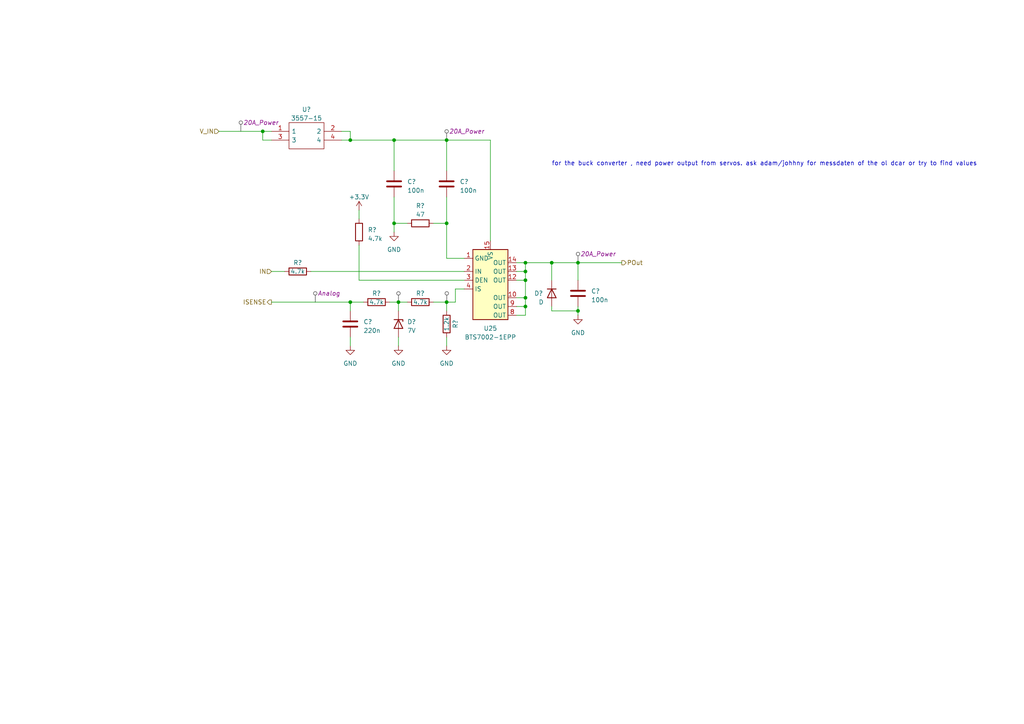
<source format=kicad_sch>
(kicad_sch (version 20230121) (generator eeschema)

  (uuid 005f715e-619a-425f-aa4e-c5398af6fabe)

  (paper "A4")

  (lib_symbols
    (symbol "3557-15:3557-15" (pin_names (offset 0.762)) (in_bom yes) (on_board yes)
      (property "Reference" "U" (at 16.51 7.62 0)
        (effects (font (size 1.27 1.27)) (justify left))
      )
      (property "Value" "3557-15" (at 16.51 5.08 0)
        (effects (font (size 1.27 1.27)) (justify left))
      )
      (property "Footprint" "355715" (at 16.51 2.54 0)
        (effects (font (size 1.27 1.27)) (justify left) hide)
      )
      (property "Datasheet" "https://componentsearchengine.com/Datasheets/1/3557-15.pdf" (at 16.51 0 0)
        (effects (font (size 1.27 1.27)) (justify left) hide)
      )
      (property "Description" "Fuse Holder T/H 2 IN 1 AUTO BLDE HOLDER, BLUE 15A" (at 16.51 -2.54 0)
        (effects (font (size 1.27 1.27)) (justify left) hide)
      )
      (property "Height" "7.37" (at 16.51 -5.08 0)
        (effects (font (size 1.27 1.27)) (justify left) hide)
      )
      (property "heisener Part Number" "" (at 16.51 -7.62 0)
        (effects (font (size 1.27 1.27)) (justify left) hide)
      )
      (property "heisener Price/Stock" "" (at 16.51 -10.16 0)
        (effects (font (size 1.27 1.27)) (justify left) hide)
      )
      (property "Manufacturer_Name" "Keystone Electronics" (at 16.51 -12.7 0)
        (effects (font (size 1.27 1.27)) (justify left) hide)
      )
      (property "Manufacturer_Part_Number" "3557-15" (at 16.51 -15.24 0)
        (effects (font (size 1.27 1.27)) (justify left) hide)
      )
      (property "ki_description" "Fuse Holder T/H 2 IN 1 AUTO BLDE HOLDER, BLUE 15A" (at 0 0 0)
        (effects (font (size 1.27 1.27)) hide)
      )
      (symbol "3557-15_0_0"
        (pin passive line (at 0 0 0) (length 5.08)
          (name "1" (effects (font (size 1.27 1.27))))
          (number "1" (effects (font (size 1.27 1.27))))
        )
        (pin passive line (at 20.32 0 180) (length 5.08)
          (name "2" (effects (font (size 1.27 1.27))))
          (number "2" (effects (font (size 1.27 1.27))))
        )
        (pin passive line (at 0 -2.54 0) (length 5.08)
          (name "3" (effects (font (size 1.27 1.27))))
          (number "3" (effects (font (size 1.27 1.27))))
        )
        (pin passive line (at 20.32 -2.54 180) (length 5.08)
          (name "4" (effects (font (size 1.27 1.27))))
          (number "4" (effects (font (size 1.27 1.27))))
        )
      )
      (symbol "3557-15_0_1"
        (polyline
          (pts
            (xy 5.08 2.54)
            (xy 15.24 2.54)
            (xy 15.24 -5.08)
            (xy 5.08 -5.08)
            (xy 5.08 2.54)
          )
          (stroke (width 0.1524) (type solid))
          (fill (type none))
        )
      )
    )
    (symbol "Device:C" (pin_numbers hide) (pin_names (offset 0.254)) (in_bom yes) (on_board yes)
      (property "Reference" "C" (at 0.635 2.54 0)
        (effects (font (size 1.27 1.27)) (justify left))
      )
      (property "Value" "C" (at 0.635 -2.54 0)
        (effects (font (size 1.27 1.27)) (justify left))
      )
      (property "Footprint" "" (at 0.9652 -3.81 0)
        (effects (font (size 1.27 1.27)) hide)
      )
      (property "Datasheet" "~" (at 0 0 0)
        (effects (font (size 1.27 1.27)) hide)
      )
      (property "ki_keywords" "cap capacitor" (at 0 0 0)
        (effects (font (size 1.27 1.27)) hide)
      )
      (property "ki_description" "Unpolarized capacitor" (at 0 0 0)
        (effects (font (size 1.27 1.27)) hide)
      )
      (property "ki_fp_filters" "C_*" (at 0 0 0)
        (effects (font (size 1.27 1.27)) hide)
      )
      (symbol "C_0_1"
        (polyline
          (pts
            (xy -2.032 -0.762)
            (xy 2.032 -0.762)
          )
          (stroke (width 0.508) (type default))
          (fill (type none))
        )
        (polyline
          (pts
            (xy -2.032 0.762)
            (xy 2.032 0.762)
          )
          (stroke (width 0.508) (type default))
          (fill (type none))
        )
      )
      (symbol "C_1_1"
        (pin passive line (at 0 3.81 270) (length 2.794)
          (name "~" (effects (font (size 1.27 1.27))))
          (number "1" (effects (font (size 1.27 1.27))))
        )
        (pin passive line (at 0 -3.81 90) (length 2.794)
          (name "~" (effects (font (size 1.27 1.27))))
          (number "2" (effects (font (size 1.27 1.27))))
        )
      )
    )
    (symbol "Device:D" (pin_numbers hide) (pin_names (offset 1.016) hide) (in_bom yes) (on_board yes)
      (property "Reference" "D" (at 0 2.54 0)
        (effects (font (size 1.27 1.27)))
      )
      (property "Value" "D" (at 0 -2.54 0)
        (effects (font (size 1.27 1.27)))
      )
      (property "Footprint" "" (at 0 0 0)
        (effects (font (size 1.27 1.27)) hide)
      )
      (property "Datasheet" "~" (at 0 0 0)
        (effects (font (size 1.27 1.27)) hide)
      )
      (property "Sim.Device" "D" (at 0 0 0)
        (effects (font (size 1.27 1.27)) hide)
      )
      (property "Sim.Pins" "1=K 2=A" (at 0 0 0)
        (effects (font (size 1.27 1.27)) hide)
      )
      (property "ki_keywords" "diode" (at 0 0 0)
        (effects (font (size 1.27 1.27)) hide)
      )
      (property "ki_description" "Diode" (at 0 0 0)
        (effects (font (size 1.27 1.27)) hide)
      )
      (property "ki_fp_filters" "TO-???* *_Diode_* *SingleDiode* D_*" (at 0 0 0)
        (effects (font (size 1.27 1.27)) hide)
      )
      (symbol "D_0_1"
        (polyline
          (pts
            (xy -1.27 1.27)
            (xy -1.27 -1.27)
          )
          (stroke (width 0.254) (type default))
          (fill (type none))
        )
        (polyline
          (pts
            (xy 1.27 0)
            (xy -1.27 0)
          )
          (stroke (width 0) (type default))
          (fill (type none))
        )
        (polyline
          (pts
            (xy 1.27 1.27)
            (xy 1.27 -1.27)
            (xy -1.27 0)
            (xy 1.27 1.27)
          )
          (stroke (width 0.254) (type default))
          (fill (type none))
        )
      )
      (symbol "D_1_1"
        (pin passive line (at -3.81 0 0) (length 2.54)
          (name "K" (effects (font (size 1.27 1.27))))
          (number "1" (effects (font (size 1.27 1.27))))
        )
        (pin passive line (at 3.81 0 180) (length 2.54)
          (name "A" (effects (font (size 1.27 1.27))))
          (number "2" (effects (font (size 1.27 1.27))))
        )
      )
    )
    (symbol "Device:D_Zener" (pin_numbers hide) (pin_names (offset 1.016) hide) (in_bom yes) (on_board yes)
      (property "Reference" "D" (at 0 2.54 0)
        (effects (font (size 1.27 1.27)))
      )
      (property "Value" "D_Zener" (at 0 -2.54 0)
        (effects (font (size 1.27 1.27)))
      )
      (property "Footprint" "" (at 0 0 0)
        (effects (font (size 1.27 1.27)) hide)
      )
      (property "Datasheet" "~" (at 0 0 0)
        (effects (font (size 1.27 1.27)) hide)
      )
      (property "ki_keywords" "diode" (at 0 0 0)
        (effects (font (size 1.27 1.27)) hide)
      )
      (property "ki_description" "Zener diode" (at 0 0 0)
        (effects (font (size 1.27 1.27)) hide)
      )
      (property "ki_fp_filters" "TO-???* *_Diode_* *SingleDiode* D_*" (at 0 0 0)
        (effects (font (size 1.27 1.27)) hide)
      )
      (symbol "D_Zener_0_1"
        (polyline
          (pts
            (xy 1.27 0)
            (xy -1.27 0)
          )
          (stroke (width 0) (type default))
          (fill (type none))
        )
        (polyline
          (pts
            (xy -1.27 -1.27)
            (xy -1.27 1.27)
            (xy -0.762 1.27)
          )
          (stroke (width 0.254) (type default))
          (fill (type none))
        )
        (polyline
          (pts
            (xy 1.27 -1.27)
            (xy 1.27 1.27)
            (xy -1.27 0)
            (xy 1.27 -1.27)
          )
          (stroke (width 0.254) (type default))
          (fill (type none))
        )
      )
      (symbol "D_Zener_1_1"
        (pin passive line (at -3.81 0 0) (length 2.54)
          (name "K" (effects (font (size 1.27 1.27))))
          (number "1" (effects (font (size 1.27 1.27))))
        )
        (pin passive line (at 3.81 0 180) (length 2.54)
          (name "A" (effects (font (size 1.27 1.27))))
          (number "2" (effects (font (size 1.27 1.27))))
        )
      )
    )
    (symbol "Device:R" (pin_numbers hide) (pin_names (offset 0)) (in_bom yes) (on_board yes)
      (property "Reference" "R" (at 2.032 0 90)
        (effects (font (size 1.27 1.27)))
      )
      (property "Value" "R" (at 0 0 90)
        (effects (font (size 1.27 1.27)))
      )
      (property "Footprint" "" (at -1.778 0 90)
        (effects (font (size 1.27 1.27)) hide)
      )
      (property "Datasheet" "~" (at 0 0 0)
        (effects (font (size 1.27 1.27)) hide)
      )
      (property "ki_keywords" "R res resistor" (at 0 0 0)
        (effects (font (size 1.27 1.27)) hide)
      )
      (property "ki_description" "Resistor" (at 0 0 0)
        (effects (font (size 1.27 1.27)) hide)
      )
      (property "ki_fp_filters" "R_*" (at 0 0 0)
        (effects (font (size 1.27 1.27)) hide)
      )
      (symbol "R_0_1"
        (rectangle (start -1.016 -2.54) (end 1.016 2.54)
          (stroke (width 0.254) (type default))
          (fill (type none))
        )
      )
      (symbol "R_1_1"
        (pin passive line (at 0 3.81 270) (length 1.27)
          (name "~" (effects (font (size 1.27 1.27))))
          (number "1" (effects (font (size 1.27 1.27))))
        )
        (pin passive line (at 0 -3.81 90) (length 1.27)
          (name "~" (effects (font (size 1.27 1.27))))
          (number "2" (effects (font (size 1.27 1.27))))
        )
      )
    )
    (symbol "PROFET:BTS7002-1EPP" (in_bom yes) (on_board yes)
      (property "Reference" "U" (at -3.81 6.35 0)
        (effects (font (size 1.27 1.27)))
      )
      (property "Value" "BTS7002-1EPP" (at 7.62 6.35 0)
        (effects (font (size 1.27 1.27)))
      )
      (property "Footprint" "Package_SO:Infineon_PG-TSDSO-14-22" (at -25.4 -16.51 0)
        (effects (font (size 1.27 1.27)) hide)
      )
      (property "Datasheet" "https://www.infineon.com/dgdl/Infineon-BTS7004-1EPP-DS-v01_00-EN.pdf?fileId=5546d4626102d35a016147550a725555" (at -1.27 -19.05 0)
        (effects (font (size 1.27 1.27)) hide)
      )
      (property "ki_keywords" "BTS7004" (at 0 0 0)
        (effects (font (size 1.27 1.27)) hide)
      )
      (property "ki_description" "Smart High-Side Power Switch, PROFET, One Channel, 12V, 21A, Rds(on) 2.6mΩ, PG-TSDSO-14-22" (at 0 0 0)
        (effects (font (size 1.27 1.27)) hide)
      )
      (property "ki_fp_filters" "Infineon*TSDSO*22*" (at 0 0 0)
        (effects (font (size 1.27 1.27)) hide)
      )
      (symbol "BTS7002-1EPP_0_1"
        (rectangle (start -5.08 5.08) (end 5.08 -15.24)
          (stroke (width 0.254) (type default))
          (fill (type background))
        )
      )
      (symbol "BTS7002-1EPP_1_1"
        (pin power_in line (at -7.62 2.54 0) (length 2.54)
          (name "GND" (effects (font (size 1.27 1.27))))
          (number "1" (effects (font (size 1.27 1.27))))
        )
        (pin power_out line (at 7.62 -8.89 180) (length 2.54)
          (name "OUT" (effects (font (size 1.27 1.27))))
          (number "10" (effects (font (size 1.27 1.27))))
        )
        (pin no_connect line (at 7.62 -6.35 180) (length 2.54) hide
          (name "NC" (effects (font (size 1.27 1.27))))
          (number "11" (effects (font (size 1.27 1.27))))
        )
        (pin power_out line (at 7.62 -3.81 180) (length 2.54)
          (name "OUT" (effects (font (size 1.27 1.27))))
          (number "12" (effects (font (size 1.27 1.27))))
        )
        (pin power_out line (at 7.62 -1.27 180) (length 2.54)
          (name "OUT" (effects (font (size 1.27 1.27))))
          (number "13" (effects (font (size 1.27 1.27))))
        )
        (pin power_out line (at 7.62 1.27 180) (length 2.54)
          (name "OUT" (effects (font (size 1.27 1.27))))
          (number "14" (effects (font (size 1.27 1.27))))
        )
        (pin power_in line (at 0 7.62 270) (length 2.54)
          (name "VS" (effects (font (size 1.27 1.27))))
          (number "15" (effects (font (size 1.27 1.27))))
        )
        (pin input line (at -7.62 -1.27 0) (length 2.54)
          (name "IN" (effects (font (size 1.27 1.27))))
          (number "2" (effects (font (size 1.27 1.27))))
        )
        (pin input line (at -7.62 -3.81 0) (length 2.54)
          (name "DEN" (effects (font (size 1.27 1.27))))
          (number "3" (effects (font (size 1.27 1.27))))
        )
        (pin output line (at -7.62 -6.35 0) (length 2.54)
          (name "IS" (effects (font (size 1.27 1.27))))
          (number "4" (effects (font (size 1.27 1.27))))
        )
        (pin no_connect line (at -7.62 -8.89 0) (length 2.54) hide
          (name "NC" (effects (font (size 1.27 1.27))))
          (number "5" (effects (font (size 1.27 1.27))))
        )
        (pin no_connect line (at -7.62 -11.43 0) (length 2.54) hide
          (name "NC" (effects (font (size 1.27 1.27))))
          (number "6" (effects (font (size 1.27 1.27))))
        )
        (pin no_connect line (at -7.62 -13.97 0) (length 2.54) hide
          (name "NC" (effects (font (size 1.27 1.27))))
          (number "7" (effects (font (size 1.27 1.27))))
        )
        (pin power_out line (at 7.62 -13.97 180) (length 2.54)
          (name "OUT" (effects (font (size 1.27 1.27))))
          (number "8" (effects (font (size 1.27 1.27))))
        )
        (pin power_out line (at 7.62 -11.43 180) (length 2.54)
          (name "OUT" (effects (font (size 1.27 1.27))))
          (number "9" (effects (font (size 1.27 1.27))))
        )
      )
    )
    (symbol "power:+3.3V" (power) (pin_names (offset 0)) (in_bom yes) (on_board yes)
      (property "Reference" "#PWR" (at 0 -3.81 0)
        (effects (font (size 1.27 1.27)) hide)
      )
      (property "Value" "+3.3V" (at 0 3.556 0)
        (effects (font (size 1.27 1.27)))
      )
      (property "Footprint" "" (at 0 0 0)
        (effects (font (size 1.27 1.27)) hide)
      )
      (property "Datasheet" "" (at 0 0 0)
        (effects (font (size 1.27 1.27)) hide)
      )
      (property "ki_keywords" "global power" (at 0 0 0)
        (effects (font (size 1.27 1.27)) hide)
      )
      (property "ki_description" "Power symbol creates a global label with name \"+3.3V\"" (at 0 0 0)
        (effects (font (size 1.27 1.27)) hide)
      )
      (symbol "+3.3V_0_1"
        (polyline
          (pts
            (xy -0.762 1.27)
            (xy 0 2.54)
          )
          (stroke (width 0) (type default))
          (fill (type none))
        )
        (polyline
          (pts
            (xy 0 0)
            (xy 0 2.54)
          )
          (stroke (width 0) (type default))
          (fill (type none))
        )
        (polyline
          (pts
            (xy 0 2.54)
            (xy 0.762 1.27)
          )
          (stroke (width 0) (type default))
          (fill (type none))
        )
      )
      (symbol "+3.3V_1_1"
        (pin power_in line (at 0 0 90) (length 0) hide
          (name "+3.3V" (effects (font (size 1.27 1.27))))
          (number "1" (effects (font (size 1.27 1.27))))
        )
      )
    )
    (symbol "power:GND" (power) (pin_names (offset 0)) (in_bom yes) (on_board yes)
      (property "Reference" "#PWR" (at 0 -6.35 0)
        (effects (font (size 1.27 1.27)) hide)
      )
      (property "Value" "GND" (at 0 -3.81 0)
        (effects (font (size 1.27 1.27)))
      )
      (property "Footprint" "" (at 0 0 0)
        (effects (font (size 1.27 1.27)) hide)
      )
      (property "Datasheet" "" (at 0 0 0)
        (effects (font (size 1.27 1.27)) hide)
      )
      (property "ki_keywords" "global power" (at 0 0 0)
        (effects (font (size 1.27 1.27)) hide)
      )
      (property "ki_description" "Power symbol creates a global label with name \"GND\" , ground" (at 0 0 0)
        (effects (font (size 1.27 1.27)) hide)
      )
      (symbol "GND_0_1"
        (polyline
          (pts
            (xy 0 0)
            (xy 0 -1.27)
            (xy 1.27 -1.27)
            (xy 0 -2.54)
            (xy -1.27 -1.27)
            (xy 0 -1.27)
          )
          (stroke (width 0) (type default))
          (fill (type none))
        )
      )
      (symbol "GND_1_1"
        (pin power_in line (at 0 0 270) (length 0) hide
          (name "GND" (effects (font (size 1.27 1.27))))
          (number "1" (effects (font (size 1.27 1.27))))
        )
      )
    )
  )

  (junction (at 152.4 81.28) (diameter 0) (color 0 0 0 0)
    (uuid 0611779d-e13a-42e7-bfad-522433b94fff)
  )
  (junction (at 152.4 78.74) (diameter 0) (color 0 0 0 0)
    (uuid 0d90c4fb-9cae-405a-a538-c6b5e17aa8c6)
  )
  (junction (at 152.4 88.9) (diameter 0) (color 0 0 0 0)
    (uuid 2f3e658e-0001-4f92-b7be-6d8e9efb5d99)
  )
  (junction (at 129.54 87.63) (diameter 0) (color 0 0 0 0)
    (uuid 3b18f5b4-e206-449a-b882-d440603c517e)
  )
  (junction (at 160.02 76.2) (diameter 0) (color 0 0 0 0)
    (uuid 4e4a3d15-b42e-4a06-bc5d-7f60694817b7)
  )
  (junction (at 76.2 38.1) (diameter 0) (color 0 0 0 0)
    (uuid 4eef411d-9490-4b34-81f8-11aca0338e20)
  )
  (junction (at 114.3 64.77) (diameter 0) (color 0 0 0 0)
    (uuid 5ab5c63e-c57a-4ff3-b88e-0bd13b6bbc18)
  )
  (junction (at 129.54 40.64) (diameter 0) (color 0 0 0 0)
    (uuid 664c61d1-4e7e-474b-b958-86ee554f4d1f)
  )
  (junction (at 167.64 76.2) (diameter 0) (color 0 0 0 0)
    (uuid 7744570e-1619-4da1-9b8b-00275f7fdb0a)
  )
  (junction (at 101.6 40.64) (diameter 0) (color 0 0 0 0)
    (uuid 83bdc98f-d4dd-45d5-95b0-4f40a5e7a3e1)
  )
  (junction (at 101.6 87.63) (diameter 0) (color 0 0 0 0)
    (uuid 9585c166-4277-41a5-93bb-e98c74077950)
  )
  (junction (at 129.54 64.77) (diameter 0) (color 0 0 0 0)
    (uuid a0d6d363-276e-417e-90cc-42f7ed771141)
  )
  (junction (at 114.3 40.64) (diameter 0) (color 0 0 0 0)
    (uuid c77e9923-31d4-435f-ae68-c16372e722fd)
  )
  (junction (at 152.4 76.2) (diameter 0) (color 0 0 0 0)
    (uuid c7e53dd8-ec9d-45f3-a3ed-8b3b7e73e346)
  )
  (junction (at 115.57 87.63) (diameter 0) (color 0 0 0 0)
    (uuid cb4655bb-a5f6-4dd4-a26e-cd4988ae9ae5)
  )
  (junction (at 167.64 90.17) (diameter 0) (color 0 0 0 0)
    (uuid d406c335-8dd1-41a0-bf83-c1b34413f93e)
  )
  (junction (at 152.4 86.36) (diameter 0) (color 0 0 0 0)
    (uuid daaa1525-8f99-4b93-8987-38ac02df9d03)
  )

  (wire (pts (xy 115.57 90.17) (xy 115.57 87.63))
    (stroke (width 0) (type default))
    (uuid 003adc05-357f-4be7-a9cf-f9ac395a23a8)
  )
  (wire (pts (xy 76.2 38.1) (xy 78.74 38.1))
    (stroke (width 0) (type default))
    (uuid 01efd345-caf9-481b-889a-7f9848278050)
  )
  (wire (pts (xy 129.54 40.64) (xy 129.54 49.53))
    (stroke (width 0) (type default))
    (uuid 03344f80-5e22-459b-b819-fa9ee0d481a1)
  )
  (wire (pts (xy 129.54 64.77) (xy 129.54 74.93))
    (stroke (width 0) (type default))
    (uuid 0694672a-23e3-4916-bf42-b34f065d5ad0)
  )
  (wire (pts (xy 99.06 38.1) (xy 101.6 38.1))
    (stroke (width 0) (type default))
    (uuid 0e6886b5-eff7-4081-9a99-dbd40e40e384)
  )
  (wire (pts (xy 167.64 90.17) (xy 167.64 91.44))
    (stroke (width 0) (type default))
    (uuid 0e75554d-3fc8-4db4-81b2-7eefbb756a81)
  )
  (wire (pts (xy 149.86 78.74) (xy 152.4 78.74))
    (stroke (width 0) (type default))
    (uuid 114aaaef-7654-451b-b2f3-ed9a9b9570dd)
  )
  (wire (pts (xy 167.64 88.9) (xy 167.64 90.17))
    (stroke (width 0) (type default))
    (uuid 1abea2a9-a40f-489a-8462-b7dd3a681d14)
  )
  (wire (pts (xy 152.4 76.2) (xy 160.02 76.2))
    (stroke (width 0) (type default))
    (uuid 26b8a350-3243-47fb-9905-37bbcad39a70)
  )
  (wire (pts (xy 152.4 76.2) (xy 149.86 76.2))
    (stroke (width 0) (type default))
    (uuid 284d9752-d186-40c6-87b1-f562157ec161)
  )
  (wire (pts (xy 160.02 90.17) (xy 167.64 90.17))
    (stroke (width 0) (type default))
    (uuid 2878f79b-45f1-4f34-897e-cbdd3e01093b)
  )
  (wire (pts (xy 129.54 57.15) (xy 129.54 64.77))
    (stroke (width 0) (type default))
    (uuid 292974f7-4586-4dfe-bef2-75f16ccafd5e)
  )
  (wire (pts (xy 149.86 88.9) (xy 152.4 88.9))
    (stroke (width 0) (type default))
    (uuid 30312d14-4306-4bbf-8b5d-d3ec9c4357d2)
  )
  (wire (pts (xy 160.02 76.2) (xy 167.64 76.2))
    (stroke (width 0) (type default))
    (uuid 3d178bd1-de1a-41b7-b80b-02eb91ce45bc)
  )
  (wire (pts (xy 104.14 81.28) (xy 134.62 81.28))
    (stroke (width 0) (type default))
    (uuid 3e782012-4aa2-48dd-94da-6e367674023e)
  )
  (wire (pts (xy 101.6 97.79) (xy 101.6 100.33))
    (stroke (width 0) (type default))
    (uuid 465e702a-55f8-457f-81d9-cc3178649df0)
  )
  (wire (pts (xy 101.6 40.64) (xy 114.3 40.64))
    (stroke (width 0) (type default))
    (uuid 5041f091-7999-4a71-a7f6-3a9f0a7a3c16)
  )
  (wire (pts (xy 99.06 40.64) (xy 101.6 40.64))
    (stroke (width 0) (type default))
    (uuid 533ac9f4-09c7-4810-851d-bf63d31a1252)
  )
  (wire (pts (xy 152.4 78.74) (xy 152.4 76.2))
    (stroke (width 0) (type default))
    (uuid 5565c350-b09d-4c4d-99e3-37e8957a5cf1)
  )
  (wire (pts (xy 167.64 76.2) (xy 180.34 76.2))
    (stroke (width 0) (type default))
    (uuid 56cf018e-8f08-4d1d-9f05-63eb23054cd7)
  )
  (wire (pts (xy 129.54 97.79) (xy 129.54 100.33))
    (stroke (width 0) (type default))
    (uuid 5c6caf4a-1d7c-4ba4-9ff1-640070919aab)
  )
  (wire (pts (xy 114.3 64.77) (xy 114.3 57.15))
    (stroke (width 0) (type default))
    (uuid 5ffe1c84-ee3e-4429-a181-afe83d7159f4)
  )
  (wire (pts (xy 142.24 40.64) (xy 142.24 69.85))
    (stroke (width 0) (type default))
    (uuid 653efbe7-66b7-49c6-897a-a8501010a317)
  )
  (wire (pts (xy 152.4 88.9) (xy 152.4 86.36))
    (stroke (width 0) (type default))
    (uuid 6743dae6-db7d-40d2-a623-0c4dbed580ea)
  )
  (wire (pts (xy 114.3 40.64) (xy 114.3 49.53))
    (stroke (width 0) (type default))
    (uuid 687d3878-0548-4ad2-bdeb-e467683b22fd)
  )
  (wire (pts (xy 129.54 90.17) (xy 129.54 87.63))
    (stroke (width 0) (type default))
    (uuid 695627ab-6ec6-4ca0-bea8-1b76ba37b24d)
  )
  (wire (pts (xy 125.73 64.77) (xy 129.54 64.77))
    (stroke (width 0) (type default))
    (uuid 696fca87-d210-4ada-bcd1-060ff2fe2653)
  )
  (wire (pts (xy 114.3 40.64) (xy 129.54 40.64))
    (stroke (width 0) (type default))
    (uuid 6c4dbe2f-366d-4c93-a2f9-c95e13dd205e)
  )
  (wire (pts (xy 78.74 40.64) (xy 76.2 40.64))
    (stroke (width 0) (type default))
    (uuid 6c81b47d-ffa3-4833-b349-b33af840ce9a)
  )
  (wire (pts (xy 104.14 60.96) (xy 104.14 63.5))
    (stroke (width 0) (type default))
    (uuid 72a45b70-5b91-429d-b851-31786a7db7ba)
  )
  (wire (pts (xy 104.14 71.12) (xy 104.14 81.28))
    (stroke (width 0) (type default))
    (uuid 73545afc-10d5-49d1-92a8-9d4be7c29282)
  )
  (wire (pts (xy 78.74 78.74) (xy 82.55 78.74))
    (stroke (width 0) (type default))
    (uuid 76f553f4-fa1a-4ec7-bd4f-9785e038e5f7)
  )
  (wire (pts (xy 132.08 83.82) (xy 134.62 83.82))
    (stroke (width 0) (type default))
    (uuid 7ccab18a-2150-41eb-9b20-019c4112b7c8)
  )
  (wire (pts (xy 167.64 76.2) (xy 167.64 81.28))
    (stroke (width 0) (type default))
    (uuid 7e00e906-0780-4896-89d2-815f833d0797)
  )
  (wire (pts (xy 149.86 81.28) (xy 152.4 81.28))
    (stroke (width 0) (type default))
    (uuid 852889f2-da73-47e2-895d-01ed1bf4b350)
  )
  (wire (pts (xy 149.86 91.44) (xy 152.4 91.44))
    (stroke (width 0) (type default))
    (uuid 88fdc4dd-f025-44d6-b579-9a5f11a48090)
  )
  (wire (pts (xy 105.41 87.63) (xy 101.6 87.63))
    (stroke (width 0) (type default))
    (uuid 8de972e2-e7a6-458e-8b11-f219b80089fc)
  )
  (wire (pts (xy 78.74 87.63) (xy 101.6 87.63))
    (stroke (width 0) (type default))
    (uuid 9009a5b0-3941-4a4a-9790-47bfbf33948e)
  )
  (wire (pts (xy 115.57 87.63) (xy 118.11 87.63))
    (stroke (width 0) (type default))
    (uuid 9f4f3b03-4878-4f88-a700-aa2c1a80e3ec)
  )
  (wire (pts (xy 118.11 64.77) (xy 114.3 64.77))
    (stroke (width 0) (type default))
    (uuid a4c3373b-fd5c-476e-8403-4921449ee865)
  )
  (wire (pts (xy 129.54 87.63) (xy 125.73 87.63))
    (stroke (width 0) (type default))
    (uuid a59712c4-f09c-401a-aa8e-7463e56913df)
  )
  (wire (pts (xy 152.4 81.28) (xy 152.4 78.74))
    (stroke (width 0) (type default))
    (uuid a70f95b4-cf84-42af-903d-504554db5ac2)
  )
  (wire (pts (xy 76.2 40.64) (xy 76.2 38.1))
    (stroke (width 0) (type default))
    (uuid b275894b-787a-461d-a9c2-bea206381349)
  )
  (wire (pts (xy 115.57 87.63) (xy 113.03 87.63))
    (stroke (width 0) (type default))
    (uuid b5ce3c94-521c-49cf-869c-af0599dedcf4)
  )
  (wire (pts (xy 152.4 91.44) (xy 152.4 88.9))
    (stroke (width 0) (type default))
    (uuid c1509356-b73e-45cb-ada3-bf0b77bb916d)
  )
  (wire (pts (xy 160.02 76.2) (xy 160.02 81.28))
    (stroke (width 0) (type default))
    (uuid c3c280be-2916-4962-be09-cd3361828c88)
  )
  (wire (pts (xy 132.08 87.63) (xy 132.08 83.82))
    (stroke (width 0) (type default))
    (uuid c3c6de74-3e44-4dd6-9403-7ed8fd119048)
  )
  (wire (pts (xy 134.62 74.93) (xy 129.54 74.93))
    (stroke (width 0) (type default))
    (uuid c8300cfd-741c-4e3e-921c-b40d5d3c202a)
  )
  (wire (pts (xy 63.5 38.1) (xy 76.2 38.1))
    (stroke (width 0) (type default))
    (uuid cd275cc2-e89f-4a13-b854-7db2e3c15a13)
  )
  (wire (pts (xy 90.17 78.74) (xy 134.62 78.74))
    (stroke (width 0) (type default))
    (uuid d57ea885-e30b-472d-b6ca-5a2a22970e4e)
  )
  (wire (pts (xy 115.57 97.79) (xy 115.57 100.33))
    (stroke (width 0) (type default))
    (uuid d813e05a-9943-499a-97be-74d404510d04)
  )
  (wire (pts (xy 129.54 87.63) (xy 132.08 87.63))
    (stroke (width 0) (type default))
    (uuid db97b08f-0d12-4bca-aec5-6315e2138500)
  )
  (wire (pts (xy 152.4 86.36) (xy 152.4 81.28))
    (stroke (width 0) (type default))
    (uuid dc494258-eb92-40b0-ba31-d8b0cfc3f93b)
  )
  (wire (pts (xy 101.6 87.63) (xy 101.6 90.17))
    (stroke (width 0) (type default))
    (uuid dd1fb548-3ce9-410f-bab1-fe039be8e810)
  )
  (wire (pts (xy 160.02 88.9) (xy 160.02 90.17))
    (stroke (width 0) (type default))
    (uuid dffc5ba7-7d41-4990-b489-6f79662917cd)
  )
  (wire (pts (xy 114.3 64.77) (xy 114.3 67.31))
    (stroke (width 0) (type default))
    (uuid e5ccfd87-257c-4b8c-a3e8-867761fddf49)
  )
  (wire (pts (xy 149.86 86.36) (xy 152.4 86.36))
    (stroke (width 0) (type default))
    (uuid edaf350e-aa67-4aee-b7f4-34b14c6096d2)
  )
  (wire (pts (xy 129.54 40.64) (xy 142.24 40.64))
    (stroke (width 0) (type default))
    (uuid ef7b0e4c-828c-4d32-9a31-ffe2fa54e354)
  )
  (wire (pts (xy 101.6 38.1) (xy 101.6 40.64))
    (stroke (width 0) (type default))
    (uuid effb1fa8-ebf4-423a-8c38-08501ad03563)
  )

  (text "for the buck converter , need power output from servos. ask adam/johhny for messdaten of the ol dcar or try to find values"
    (at 160.02 48.26 0)
    (effects (font (size 1.27 1.27)) (justify left bottom))
    (uuid d6496f3f-38f4-4bf2-9cd9-55cf6f678ef0)
  )

  (hierarchical_label "IN" (shape input) (at 78.74 78.74 180) (fields_autoplaced)
    (effects (font (size 1.27 1.27)) (justify right))
    (uuid 1770a9ab-1759-4297-abba-c4fe019406db)
  )
  (hierarchical_label "V_IN" (shape input) (at 63.5 38.1 180) (fields_autoplaced)
    (effects (font (size 1.27 1.27)) (justify right))
    (uuid 1b1c07be-eb47-49c5-81aa-400bdd86f249)
  )
  (hierarchical_label "ISENSE" (shape output) (at 78.74 87.63 180) (fields_autoplaced)
    (effects (font (size 1.27 1.27)) (justify right))
    (uuid 2755e835-635f-4f41-b217-74bfe80ff57d)
  )
  (hierarchical_label "POut" (shape output) (at 180.34 76.2 0) (fields_autoplaced)
    (effects (font (size 1.27 1.27)) (justify left))
    (uuid ef16143f-bf59-4b3e-a4b0-1f6eda27bf72)
  )

  (netclass_flag "" (length 2.54) (shape round) (at 115.57 87.63 0) (fields_autoplaced)
    (effects (font (size 1.27 1.27)) (justify left bottom))
    (uuid 039f4228-5b4e-4e20-87a9-a0a0f8c5e8bc)
    (property "Netclass" "Analog" (at 116.2685 85.09 0)
      (effects (font (size 1.27 1.27) italic) (justify left) hide)
    )
  )
  (netclass_flag "" (length 2.54) (shape round) (at 129.5851 87.63 0) (fields_autoplaced)
    (effects (font (size 1.27 1.27)) (justify left bottom))
    (uuid 16243ef2-3dd9-494a-b363-cf0c25abbac8)
    (property "Netclass" "Analog" (at 130.2836 85.09 0)
      (effects (font (size 1.27 1.27) italic) (justify left) hide)
    )
  )
  (netclass_flag "" (length 2.54) (shape round) (at 91.44 87.63 0) (fields_autoplaced)
    (effects (font (size 1.27 1.27)) (justify left bottom))
    (uuid 89f9df57-22e6-4dbe-a327-477021bef5a8)
    (property "Netclass" "Analog" (at 92.1385 85.09 0)
      (effects (font (size 1.27 1.27) italic) (justify left))
    )
  )
  (netclass_flag "" (length 2.54) (shape round) (at 129.54 40.64 0) (fields_autoplaced)
    (effects (font (size 1.27 1.27)) (justify left bottom))
    (uuid c872534a-024a-4eda-a814-2879df8aa23a)
    (property "Netclass" "20A_Power" (at 130.2385 38.1 0)
      (effects (font (size 1.27 1.27) italic) (justify left))
    )
  )
  (netclass_flag "" (length 2.54) (shape round) (at 167.64 76.2 0) (fields_autoplaced)
    (effects (font (size 1.27 1.27)) (justify left bottom))
    (uuid de48ffbe-8ea8-474f-bebb-a008a0f7f7bb)
    (property "Netclass" "20A_Power" (at 168.3385 73.66 0)
      (effects (font (size 1.27 1.27) italic) (justify left))
    )
  )
  (netclass_flag "" (length 2.54) (shape round) (at 69.85 38.1 0) (fields_autoplaced)
    (effects (font (size 1.27 1.27)) (justify left bottom))
    (uuid e9063916-bfe9-4a2a-a04b-bf0f253b37f3)
    (property "Netclass" "20A_Power" (at 70.5485 35.56 0)
      (effects (font (size 1.27 1.27) italic) (justify left))
    )
  )

  (symbol (lib_id "Device:R") (at 121.92 64.77 90) (unit 1)
    (in_bom yes) (on_board yes) (dnp no) (fields_autoplaced)
    (uuid 07364c0d-b323-46bb-8253-2ee16e8fc4ba)
    (property "Reference" "R?" (at 121.92 59.69 90)
      (effects (font (size 1.27 1.27)))
    )
    (property "Value" "47" (at 121.92 62.23 90)
      (effects (font (size 1.27 1.27)))
    )
    (property "Footprint" "Capacitor_SMD:C_0603_1608Metric" (at 121.92 66.548 90)
      (effects (font (size 1.27 1.27)) hide)
    )
    (property "Datasheet" "~" (at 121.92 64.77 0)
      (effects (font (size 1.27 1.27)) hide)
    )
    (pin "1" (uuid da5d019e-aef2-4dbf-9044-322d14cb7d0b))
    (pin "2" (uuid b35f0989-5d83-4560-9077-7bb2607d186b))
    (instances
      (project "PDU_v3"
        (path "/cba93115-b7ba-40c8-a438-b74eea4adf4d/fc136761-7437-4777-9313-169871d18382/e92fd542-4425-403a-8e1b-ab2fd9be3a1a"
          (reference "R?") (unit 1)
        )
        (path "/cba93115-b7ba-40c8-a438-b74eea4adf4d/fc136761-7437-4777-9313-169871d18382/abaac136-0e43-412e-8616-70caee2fce95"
          (reference "R?") (unit 1)
        )
        (path "/cba93115-b7ba-40c8-a438-b74eea4adf4d/fc136761-7437-4777-9313-169871d18382/ab7a0ea9-8b41-44d9-8411-757e024a9107"
          (reference "R?") (unit 1)
        )
        (path "/cba93115-b7ba-40c8-a438-b74eea4adf4d/fc136761-7437-4777-9313-169871d18382/adbb4fff-81bd-4a86-a371-ddba2163b7bc"
          (reference "R?") (unit 1)
        )
        (path "/cba93115-b7ba-40c8-a438-b74eea4adf4d/fc136761-7437-4777-9313-169871d18382/dc49d1d1-4a1d-49ee-8243-d47bc19b9e66"
          (reference "R?") (unit 1)
        )
        (path "/cba93115-b7ba-40c8-a438-b74eea4adf4d/fc136761-7437-4777-9313-169871d18382/c8b0ccb7-3b37-41a5-809e-d18251f68ae2"
          (reference "R?") (unit 1)
        )
        (path "/cba93115-b7ba-40c8-a438-b74eea4adf4d/fc136761-7437-4777-9313-169871d18382/1caf9a2b-35ca-4c4b-ac01-ecd29e45e231"
          (reference "R90") (unit 1)
        )
        (path "/cba93115-b7ba-40c8-a438-b74eea4adf4d/fc136761-7437-4777-9313-169871d18382/1dcfd1f1-e977-49ad-8e03-5766ca10b397"
          (reference "R96") (unit 1)
        )
        (path "/cba93115-b7ba-40c8-a438-b74eea4adf4d/fc136761-7437-4777-9313-169871d18382/5fe314d7-efe5-4916-9167-4cd0e8a21292"
          (reference "R102") (unit 1)
        )
      )
    )
  )

  (symbol (lib_id "power:+3.3V") (at 104.14 60.96 0) (unit 1)
    (in_bom yes) (on_board yes) (dnp no) (fields_autoplaced)
    (uuid 10d22d6a-30c0-4e28-b452-5c43a0d7adab)
    (property "Reference" "#PWR?" (at 104.14 64.77 0)
      (effects (font (size 1.27 1.27)) hide)
    )
    (property "Value" "+3.3V" (at 104.14 57.15 0)
      (effects (font (size 1.27 1.27)))
    )
    (property "Footprint" "" (at 104.14 60.96 0)
      (effects (font (size 1.27 1.27)) hide)
    )
    (property "Datasheet" "" (at 104.14 60.96 0)
      (effects (font (size 1.27 1.27)) hide)
    )
    (pin "1" (uuid dcd9f8d4-35f5-4a4f-a1a7-3453da5e207d))
    (instances
      (project "PDU_v3"
        (path "/cba93115-b7ba-40c8-a438-b74eea4adf4d/fc136761-7437-4777-9313-169871d18382/e92fd542-4425-403a-8e1b-ab2fd9be3a1a"
          (reference "#PWR?") (unit 1)
        )
        (path "/cba93115-b7ba-40c8-a438-b74eea4adf4d/fc136761-7437-4777-9313-169871d18382/abaac136-0e43-412e-8616-70caee2fce95"
          (reference "#PWR?") (unit 1)
        )
        (path "/cba93115-b7ba-40c8-a438-b74eea4adf4d/fc136761-7437-4777-9313-169871d18382/ab7a0ea9-8b41-44d9-8411-757e024a9107"
          (reference "#PWR?") (unit 1)
        )
        (path "/cba93115-b7ba-40c8-a438-b74eea4adf4d/fc136761-7437-4777-9313-169871d18382/adbb4fff-81bd-4a86-a371-ddba2163b7bc"
          (reference "#PWR?") (unit 1)
        )
        (path "/cba93115-b7ba-40c8-a438-b74eea4adf4d/fc136761-7437-4777-9313-169871d18382/dc49d1d1-4a1d-49ee-8243-d47bc19b9e66"
          (reference "#PWR?") (unit 1)
        )
        (path "/cba93115-b7ba-40c8-a438-b74eea4adf4d/fc136761-7437-4777-9313-169871d18382/c8b0ccb7-3b37-41a5-809e-d18251f68ae2"
          (reference "#PWR?") (unit 1)
        )
        (path "/cba93115-b7ba-40c8-a438-b74eea4adf4d/fc136761-7437-4777-9313-169871d18382/1caf9a2b-35ca-4c4b-ac01-ecd29e45e231"
          (reference "#PWR0109") (unit 1)
        )
        (path "/cba93115-b7ba-40c8-a438-b74eea4adf4d/fc136761-7437-4777-9313-169871d18382/1dcfd1f1-e977-49ad-8e03-5766ca10b397"
          (reference "#PWR0115") (unit 1)
        )
        (path "/cba93115-b7ba-40c8-a438-b74eea4adf4d/fc136761-7437-4777-9313-169871d18382/5fe314d7-efe5-4916-9167-4cd0e8a21292"
          (reference "#PWR0121") (unit 1)
        )
      )
    )
  )

  (symbol (lib_id "Device:R") (at 109.22 87.63 90) (unit 1)
    (in_bom yes) (on_board yes) (dnp no)
    (uuid 248c869d-63f6-4d8f-b166-d1b58a609ede)
    (property "Reference" "R?" (at 109.22 85.09 90)
      (effects (font (size 1.27 1.27)))
    )
    (property "Value" "4.7k" (at 109.22 87.63 90)
      (effects (font (size 1.27 1.27)))
    )
    (property "Footprint" "Capacitor_SMD:C_0603_1608Metric" (at 109.22 89.408 90)
      (effects (font (size 1.27 1.27)) hide)
    )
    (property "Datasheet" "~" (at 109.22 87.63 0)
      (effects (font (size 1.27 1.27)) hide)
    )
    (pin "1" (uuid bf342940-2507-41dc-8fc7-92309406148c))
    (pin "2" (uuid 9518fd43-c389-4e62-a045-ceaf82dd705b))
    (instances
      (project "PDU_v3"
        (path "/cba93115-b7ba-40c8-a438-b74eea4adf4d/fc136761-7437-4777-9313-169871d18382/e92fd542-4425-403a-8e1b-ab2fd9be3a1a"
          (reference "R?") (unit 1)
        )
        (path "/cba93115-b7ba-40c8-a438-b74eea4adf4d/fc136761-7437-4777-9313-169871d18382/abaac136-0e43-412e-8616-70caee2fce95"
          (reference "R?") (unit 1)
        )
        (path "/cba93115-b7ba-40c8-a438-b74eea4adf4d/fc136761-7437-4777-9313-169871d18382/ab7a0ea9-8b41-44d9-8411-757e024a9107"
          (reference "R?") (unit 1)
        )
        (path "/cba93115-b7ba-40c8-a438-b74eea4adf4d/fc136761-7437-4777-9313-169871d18382/adbb4fff-81bd-4a86-a371-ddba2163b7bc"
          (reference "R?") (unit 1)
        )
        (path "/cba93115-b7ba-40c8-a438-b74eea4adf4d/fc136761-7437-4777-9313-169871d18382/dc49d1d1-4a1d-49ee-8243-d47bc19b9e66"
          (reference "R?") (unit 1)
        )
        (path "/cba93115-b7ba-40c8-a438-b74eea4adf4d/fc136761-7437-4777-9313-169871d18382/c8b0ccb7-3b37-41a5-809e-d18251f68ae2"
          (reference "R?") (unit 1)
        )
        (path "/cba93115-b7ba-40c8-a438-b74eea4adf4d/fc136761-7437-4777-9313-169871d18382/1caf9a2b-35ca-4c4b-ac01-ecd29e45e231"
          (reference "R89") (unit 1)
        )
        (path "/cba93115-b7ba-40c8-a438-b74eea4adf4d/fc136761-7437-4777-9313-169871d18382/1dcfd1f1-e977-49ad-8e03-5766ca10b397"
          (reference "R95") (unit 1)
        )
        (path "/cba93115-b7ba-40c8-a438-b74eea4adf4d/fc136761-7437-4777-9313-169871d18382/5fe314d7-efe5-4916-9167-4cd0e8a21292"
          (reference "R101") (unit 1)
        )
      )
    )
  )

  (symbol (lib_id "power:GND") (at 167.64 91.44 0) (unit 1)
    (in_bom yes) (on_board yes) (dnp no) (fields_autoplaced)
    (uuid 26eae0e0-9a45-485e-8cc4-33f70ffe9b38)
    (property "Reference" "#PWR?" (at 167.64 97.79 0)
      (effects (font (size 1.27 1.27)) hide)
    )
    (property "Value" "GND" (at 167.64 96.52 0)
      (effects (font (size 1.27 1.27)))
    )
    (property "Footprint" "" (at 167.64 91.44 0)
      (effects (font (size 1.27 1.27)) hide)
    )
    (property "Datasheet" "" (at 167.64 91.44 0)
      (effects (font (size 1.27 1.27)) hide)
    )
    (pin "1" (uuid 7d122777-aad9-4c15-88be-4f8f1e6ddb64))
    (instances
      (project "PDU_v3"
        (path "/cba93115-b7ba-40c8-a438-b74eea4adf4d/fc136761-7437-4777-9313-169871d18382/e92fd542-4425-403a-8e1b-ab2fd9be3a1a"
          (reference "#PWR?") (unit 1)
        )
        (path "/cba93115-b7ba-40c8-a438-b74eea4adf4d/fc136761-7437-4777-9313-169871d18382/abaac136-0e43-412e-8616-70caee2fce95"
          (reference "#PWR?") (unit 1)
        )
        (path "/cba93115-b7ba-40c8-a438-b74eea4adf4d/fc136761-7437-4777-9313-169871d18382/ab7a0ea9-8b41-44d9-8411-757e024a9107"
          (reference "#PWR?") (unit 1)
        )
        (path "/cba93115-b7ba-40c8-a438-b74eea4adf4d/fc136761-7437-4777-9313-169871d18382/adbb4fff-81bd-4a86-a371-ddba2163b7bc"
          (reference "#PWR?") (unit 1)
        )
        (path "/cba93115-b7ba-40c8-a438-b74eea4adf4d/fc136761-7437-4777-9313-169871d18382/dc49d1d1-4a1d-49ee-8243-d47bc19b9e66"
          (reference "#PWR?") (unit 1)
        )
        (path "/cba93115-b7ba-40c8-a438-b74eea4adf4d/fc136761-7437-4777-9313-169871d18382/c8b0ccb7-3b37-41a5-809e-d18251f68ae2"
          (reference "#PWR?") (unit 1)
        )
        (path "/cba93115-b7ba-40c8-a438-b74eea4adf4d/fc136761-7437-4777-9313-169871d18382/1caf9a2b-35ca-4c4b-ac01-ecd29e45e231"
          (reference "#PWR0113") (unit 1)
        )
        (path "/cba93115-b7ba-40c8-a438-b74eea4adf4d/fc136761-7437-4777-9313-169871d18382/1dcfd1f1-e977-49ad-8e03-5766ca10b397"
          (reference "#PWR0119") (unit 1)
        )
        (path "/cba93115-b7ba-40c8-a438-b74eea4adf4d/fc136761-7437-4777-9313-169871d18382/5fe314d7-efe5-4916-9167-4cd0e8a21292"
          (reference "#PWR0125") (unit 1)
        )
      )
    )
  )

  (symbol (lib_id "power:GND") (at 115.57 100.33 0) (unit 1)
    (in_bom yes) (on_board yes) (dnp no) (fields_autoplaced)
    (uuid 36cd214d-f67d-4f84-8f7b-23816070393d)
    (property "Reference" "#PWR?" (at 115.57 106.68 0)
      (effects (font (size 1.27 1.27)) hide)
    )
    (property "Value" "GND" (at 115.57 105.41 0)
      (effects (font (size 1.27 1.27)))
    )
    (property "Footprint" "" (at 115.57 100.33 0)
      (effects (font (size 1.27 1.27)) hide)
    )
    (property "Datasheet" "" (at 115.57 100.33 0)
      (effects (font (size 1.27 1.27)) hide)
    )
    (pin "1" (uuid c41a3dbc-318e-4999-b79e-1aad96890a73))
    (instances
      (project "PDU_v3"
        (path "/cba93115-b7ba-40c8-a438-b74eea4adf4d/fc136761-7437-4777-9313-169871d18382/e92fd542-4425-403a-8e1b-ab2fd9be3a1a"
          (reference "#PWR?") (unit 1)
        )
        (path "/cba93115-b7ba-40c8-a438-b74eea4adf4d/fc136761-7437-4777-9313-169871d18382/abaac136-0e43-412e-8616-70caee2fce95"
          (reference "#PWR?") (unit 1)
        )
        (path "/cba93115-b7ba-40c8-a438-b74eea4adf4d/fc136761-7437-4777-9313-169871d18382/ab7a0ea9-8b41-44d9-8411-757e024a9107"
          (reference "#PWR?") (unit 1)
        )
        (path "/cba93115-b7ba-40c8-a438-b74eea4adf4d/fc136761-7437-4777-9313-169871d18382/adbb4fff-81bd-4a86-a371-ddba2163b7bc"
          (reference "#PWR?") (unit 1)
        )
        (path "/cba93115-b7ba-40c8-a438-b74eea4adf4d/fc136761-7437-4777-9313-169871d18382/dc49d1d1-4a1d-49ee-8243-d47bc19b9e66"
          (reference "#PWR?") (unit 1)
        )
        (path "/cba93115-b7ba-40c8-a438-b74eea4adf4d/fc136761-7437-4777-9313-169871d18382/c8b0ccb7-3b37-41a5-809e-d18251f68ae2"
          (reference "#PWR?") (unit 1)
        )
        (path "/cba93115-b7ba-40c8-a438-b74eea4adf4d/fc136761-7437-4777-9313-169871d18382/1caf9a2b-35ca-4c4b-ac01-ecd29e45e231"
          (reference "#PWR0111") (unit 1)
        )
        (path "/cba93115-b7ba-40c8-a438-b74eea4adf4d/fc136761-7437-4777-9313-169871d18382/1dcfd1f1-e977-49ad-8e03-5766ca10b397"
          (reference "#PWR0117") (unit 1)
        )
        (path "/cba93115-b7ba-40c8-a438-b74eea4adf4d/fc136761-7437-4777-9313-169871d18382/5fe314d7-efe5-4916-9167-4cd0e8a21292"
          (reference "#PWR0123") (unit 1)
        )
      )
    )
  )

  (symbol (lib_id "3557-15:3557-15") (at 78.74 38.1 0) (unit 1)
    (in_bom yes) (on_board yes) (dnp no) (fields_autoplaced)
    (uuid 4a55a58d-1b1f-4ace-8b99-d74805944393)
    (property "Reference" "U?" (at 88.9 31.75 0)
      (effects (font (size 1.27 1.27)))
    )
    (property "Value" "3557-15" (at 88.9 34.29 0)
      (effects (font (size 1.27 1.27)))
    )
    (property "Footprint" "355715" (at 95.25 35.56 0)
      (effects (font (size 1.27 1.27)) (justify left) hide)
    )
    (property "Datasheet" "https://componentsearchengine.com/Datasheets/1/3557-15.pdf" (at 95.25 38.1 0)
      (effects (font (size 1.27 1.27)) (justify left) hide)
    )
    (property "Description" "Fuse Holder T/H 2 IN 1 AUTO BLDE HOLDER, BLUE 15A" (at 95.25 40.64 0)
      (effects (font (size 1.27 1.27)) (justify left) hide)
    )
    (property "Height" "7.37" (at 95.25 43.18 0)
      (effects (font (size 1.27 1.27)) (justify left) hide)
    )
    (property "heisener Part Number" "" (at 95.25 45.72 0)
      (effects (font (size 1.27 1.27)) (justify left) hide)
    )
    (property "heisener Price/Stock" "" (at 95.25 48.26 0)
      (effects (font (size 1.27 1.27)) (justify left) hide)
    )
    (property "Manufacturer_Name" "Keystone Electronics" (at 95.25 50.8 0)
      (effects (font (size 1.27 1.27)) (justify left) hide)
    )
    (property "Manufacturer_Part_Number" "3557-15" (at 95.25 53.34 0)
      (effects (font (size 1.27 1.27)) (justify left) hide)
    )
    (pin "1" (uuid 4bd34b32-3a89-4eb2-88b0-85ca77291243))
    (pin "2" (uuid 5460fdaf-9497-41a8-acbe-64818a404552))
    (pin "3" (uuid 81517579-e106-482a-be8a-fbe1d4c629c7))
    (pin "4" (uuid 90a49809-85bc-42fc-a78b-fe996b35cd2f))
    (instances
      (project "PDU_v3"
        (path "/cba93115-b7ba-40c8-a438-b74eea4adf4d/fc136761-7437-4777-9313-169871d18382/e92fd542-4425-403a-8e1b-ab2fd9be3a1a"
          (reference "U?") (unit 1)
        )
        (path "/cba93115-b7ba-40c8-a438-b74eea4adf4d/fc136761-7437-4777-9313-169871d18382/abaac136-0e43-412e-8616-70caee2fce95"
          (reference "U?") (unit 1)
        )
        (path "/cba93115-b7ba-40c8-a438-b74eea4adf4d/fc136761-7437-4777-9313-169871d18382/ab7a0ea9-8b41-44d9-8411-757e024a9107"
          (reference "U?") (unit 1)
        )
        (path "/cba93115-b7ba-40c8-a438-b74eea4adf4d/fc136761-7437-4777-9313-169871d18382/adbb4fff-81bd-4a86-a371-ddba2163b7bc"
          (reference "U?") (unit 1)
        )
        (path "/cba93115-b7ba-40c8-a438-b74eea4adf4d/fc136761-7437-4777-9313-169871d18382/dc49d1d1-4a1d-49ee-8243-d47bc19b9e66"
          (reference "U?") (unit 1)
        )
        (path "/cba93115-b7ba-40c8-a438-b74eea4adf4d/fc136761-7437-4777-9313-169871d18382/c8b0ccb7-3b37-41a5-809e-d18251f68ae2"
          (reference "U?") (unit 1)
        )
        (path "/cba93115-b7ba-40c8-a438-b74eea4adf4d/fc136761-7437-4777-9313-169871d18382/1caf9a2b-35ca-4c4b-ac01-ecd29e45e231"
          (reference "U24") (unit 1)
        )
        (path "/cba93115-b7ba-40c8-a438-b74eea4adf4d/fc136761-7437-4777-9313-169871d18382/1dcfd1f1-e977-49ad-8e03-5766ca10b397"
          (reference "U26") (unit 1)
        )
        (path "/cba93115-b7ba-40c8-a438-b74eea4adf4d/fc136761-7437-4777-9313-169871d18382/5fe314d7-efe5-4916-9167-4cd0e8a21292"
          (reference "U28") (unit 1)
        )
      )
    )
  )

  (symbol (lib_id "power:GND") (at 101.6 100.33 0) (unit 1)
    (in_bom yes) (on_board yes) (dnp no) (fields_autoplaced)
    (uuid 4f8880ed-4a31-4138-a7ee-8173855ab25d)
    (property "Reference" "#PWR?" (at 101.6 106.68 0)
      (effects (font (size 1.27 1.27)) hide)
    )
    (property "Value" "GND" (at 101.6 105.41 0)
      (effects (font (size 1.27 1.27)))
    )
    (property "Footprint" "" (at 101.6 100.33 0)
      (effects (font (size 1.27 1.27)) hide)
    )
    (property "Datasheet" "" (at 101.6 100.33 0)
      (effects (font (size 1.27 1.27)) hide)
    )
    (pin "1" (uuid 5edc247b-4fe9-447f-81cd-460c298a4d4e))
    (instances
      (project "PDU_v3"
        (path "/cba93115-b7ba-40c8-a438-b74eea4adf4d/fc136761-7437-4777-9313-169871d18382/e92fd542-4425-403a-8e1b-ab2fd9be3a1a"
          (reference "#PWR?") (unit 1)
        )
        (path "/cba93115-b7ba-40c8-a438-b74eea4adf4d/fc136761-7437-4777-9313-169871d18382/abaac136-0e43-412e-8616-70caee2fce95"
          (reference "#PWR?") (unit 1)
        )
        (path "/cba93115-b7ba-40c8-a438-b74eea4adf4d/fc136761-7437-4777-9313-169871d18382/ab7a0ea9-8b41-44d9-8411-757e024a9107"
          (reference "#PWR?") (unit 1)
        )
        (path "/cba93115-b7ba-40c8-a438-b74eea4adf4d/fc136761-7437-4777-9313-169871d18382/adbb4fff-81bd-4a86-a371-ddba2163b7bc"
          (reference "#PWR?") (unit 1)
        )
        (path "/cba93115-b7ba-40c8-a438-b74eea4adf4d/fc136761-7437-4777-9313-169871d18382/dc49d1d1-4a1d-49ee-8243-d47bc19b9e66"
          (reference "#PWR?") (unit 1)
        )
        (path "/cba93115-b7ba-40c8-a438-b74eea4adf4d/fc136761-7437-4777-9313-169871d18382/c8b0ccb7-3b37-41a5-809e-d18251f68ae2"
          (reference "#PWR?") (unit 1)
        )
        (path "/cba93115-b7ba-40c8-a438-b74eea4adf4d/fc136761-7437-4777-9313-169871d18382/1caf9a2b-35ca-4c4b-ac01-ecd29e45e231"
          (reference "#PWR0108") (unit 1)
        )
        (path "/cba93115-b7ba-40c8-a438-b74eea4adf4d/fc136761-7437-4777-9313-169871d18382/1dcfd1f1-e977-49ad-8e03-5766ca10b397"
          (reference "#PWR0114") (unit 1)
        )
        (path "/cba93115-b7ba-40c8-a438-b74eea4adf4d/fc136761-7437-4777-9313-169871d18382/5fe314d7-efe5-4916-9167-4cd0e8a21292"
          (reference "#PWR0120") (unit 1)
        )
      )
    )
  )

  (symbol (lib_id "power:GND") (at 129.54 100.33 0) (unit 1)
    (in_bom yes) (on_board yes) (dnp no) (fields_autoplaced)
    (uuid 6d249d3f-3d08-47fb-b7dd-f81ee428ee3a)
    (property "Reference" "#PWR?" (at 129.54 106.68 0)
      (effects (font (size 1.27 1.27)) hide)
    )
    (property "Value" "GND" (at 129.54 105.41 0)
      (effects (font (size 1.27 1.27)))
    )
    (property "Footprint" "" (at 129.54 100.33 0)
      (effects (font (size 1.27 1.27)) hide)
    )
    (property "Datasheet" "" (at 129.54 100.33 0)
      (effects (font (size 1.27 1.27)) hide)
    )
    (pin "1" (uuid f5c94e8d-07a3-40aa-890f-623096e13d78))
    (instances
      (project "PDU_v3"
        (path "/cba93115-b7ba-40c8-a438-b74eea4adf4d/fc136761-7437-4777-9313-169871d18382/e92fd542-4425-403a-8e1b-ab2fd9be3a1a"
          (reference "#PWR?") (unit 1)
        )
        (path "/cba93115-b7ba-40c8-a438-b74eea4adf4d/fc136761-7437-4777-9313-169871d18382/abaac136-0e43-412e-8616-70caee2fce95"
          (reference "#PWR?") (unit 1)
        )
        (path "/cba93115-b7ba-40c8-a438-b74eea4adf4d/fc136761-7437-4777-9313-169871d18382/ab7a0ea9-8b41-44d9-8411-757e024a9107"
          (reference "#PWR?") (unit 1)
        )
        (path "/cba93115-b7ba-40c8-a438-b74eea4adf4d/fc136761-7437-4777-9313-169871d18382/adbb4fff-81bd-4a86-a371-ddba2163b7bc"
          (reference "#PWR?") (unit 1)
        )
        (path "/cba93115-b7ba-40c8-a438-b74eea4adf4d/fc136761-7437-4777-9313-169871d18382/dc49d1d1-4a1d-49ee-8243-d47bc19b9e66"
          (reference "#PWR?") (unit 1)
        )
        (path "/cba93115-b7ba-40c8-a438-b74eea4adf4d/fc136761-7437-4777-9313-169871d18382/c8b0ccb7-3b37-41a5-809e-d18251f68ae2"
          (reference "#PWR?") (unit 1)
        )
        (path "/cba93115-b7ba-40c8-a438-b74eea4adf4d/fc136761-7437-4777-9313-169871d18382/1caf9a2b-35ca-4c4b-ac01-ecd29e45e231"
          (reference "#PWR0112") (unit 1)
        )
        (path "/cba93115-b7ba-40c8-a438-b74eea4adf4d/fc136761-7437-4777-9313-169871d18382/1dcfd1f1-e977-49ad-8e03-5766ca10b397"
          (reference "#PWR0118") (unit 1)
        )
        (path "/cba93115-b7ba-40c8-a438-b74eea4adf4d/fc136761-7437-4777-9313-169871d18382/5fe314d7-efe5-4916-9167-4cd0e8a21292"
          (reference "#PWR0124") (unit 1)
        )
      )
    )
  )

  (symbol (lib_id "Device:C") (at 129.54 53.34 0) (unit 1)
    (in_bom yes) (on_board yes) (dnp no) (fields_autoplaced)
    (uuid 6f07ccbb-db65-499e-9ee0-1aaffa49500f)
    (property "Reference" "C?" (at 133.35 52.705 0)
      (effects (font (size 1.27 1.27)) (justify left))
    )
    (property "Value" "100n" (at 133.35 55.245 0)
      (effects (font (size 1.27 1.27)) (justify left))
    )
    (property "Footprint" "Capacitor_SMD:C_0603_1608Metric" (at 130.5052 57.15 0)
      (effects (font (size 1.27 1.27)) hide)
    )
    (property "Datasheet" "~" (at 129.54 53.34 0)
      (effects (font (size 1.27 1.27)) hide)
    )
    (pin "1" (uuid 75d13b41-9322-4f33-a23d-e6618caca04f))
    (pin "2" (uuid c6eb6242-99f3-4481-bf77-9a905597a1c6))
    (instances
      (project "PDU_v3"
        (path "/cba93115-b7ba-40c8-a438-b74eea4adf4d/fc136761-7437-4777-9313-169871d18382/e92fd542-4425-403a-8e1b-ab2fd9be3a1a"
          (reference "C?") (unit 1)
        )
        (path "/cba93115-b7ba-40c8-a438-b74eea4adf4d/fc136761-7437-4777-9313-169871d18382/abaac136-0e43-412e-8616-70caee2fce95"
          (reference "C?") (unit 1)
        )
        (path "/cba93115-b7ba-40c8-a438-b74eea4adf4d/fc136761-7437-4777-9313-169871d18382/ab7a0ea9-8b41-44d9-8411-757e024a9107"
          (reference "C?") (unit 1)
        )
        (path "/cba93115-b7ba-40c8-a438-b74eea4adf4d/fc136761-7437-4777-9313-169871d18382/adbb4fff-81bd-4a86-a371-ddba2163b7bc"
          (reference "C?") (unit 1)
        )
        (path "/cba93115-b7ba-40c8-a438-b74eea4adf4d/fc136761-7437-4777-9313-169871d18382/dc49d1d1-4a1d-49ee-8243-d47bc19b9e66"
          (reference "C?") (unit 1)
        )
        (path "/cba93115-b7ba-40c8-a438-b74eea4adf4d/fc136761-7437-4777-9313-169871d18382/c8b0ccb7-3b37-41a5-809e-d18251f68ae2"
          (reference "C?") (unit 1)
        )
        (path "/cba93115-b7ba-40c8-a438-b74eea4adf4d/fc136761-7437-4777-9313-169871d18382/1caf9a2b-35ca-4c4b-ac01-ecd29e45e231"
          (reference "C62") (unit 1)
        )
        (path "/cba93115-b7ba-40c8-a438-b74eea4adf4d/fc136761-7437-4777-9313-169871d18382/1dcfd1f1-e977-49ad-8e03-5766ca10b397"
          (reference "C66") (unit 1)
        )
        (path "/cba93115-b7ba-40c8-a438-b74eea4adf4d/fc136761-7437-4777-9313-169871d18382/5fe314d7-efe5-4916-9167-4cd0e8a21292"
          (reference "C70") (unit 1)
        )
      )
    )
  )

  (symbol (lib_id "Device:C") (at 167.64 85.09 0) (unit 1)
    (in_bom yes) (on_board yes) (dnp no) (fields_autoplaced)
    (uuid 72b1b8c3-88ff-450b-b93b-c23808ac90a2)
    (property "Reference" "C?" (at 171.45 84.455 0)
      (effects (font (size 1.27 1.27)) (justify left))
    )
    (property "Value" "100n" (at 171.45 86.995 0)
      (effects (font (size 1.27 1.27)) (justify left))
    )
    (property "Footprint" "Capacitor_SMD:C_0603_1608Metric" (at 168.6052 88.9 0)
      (effects (font (size 1.27 1.27)) hide)
    )
    (property "Datasheet" "~" (at 167.64 85.09 0)
      (effects (font (size 1.27 1.27)) hide)
    )
    (pin "1" (uuid 62b28e65-d5d8-4d6b-99d2-12850de35fe5))
    (pin "2" (uuid a84660ec-f5bb-4db9-8c66-ed0dd4390568))
    (instances
      (project "PDU_v3"
        (path "/cba93115-b7ba-40c8-a438-b74eea4adf4d/fc136761-7437-4777-9313-169871d18382/e92fd542-4425-403a-8e1b-ab2fd9be3a1a"
          (reference "C?") (unit 1)
        )
        (path "/cba93115-b7ba-40c8-a438-b74eea4adf4d/fc136761-7437-4777-9313-169871d18382/abaac136-0e43-412e-8616-70caee2fce95"
          (reference "C?") (unit 1)
        )
        (path "/cba93115-b7ba-40c8-a438-b74eea4adf4d/fc136761-7437-4777-9313-169871d18382/ab7a0ea9-8b41-44d9-8411-757e024a9107"
          (reference "C?") (unit 1)
        )
        (path "/cba93115-b7ba-40c8-a438-b74eea4adf4d/fc136761-7437-4777-9313-169871d18382/adbb4fff-81bd-4a86-a371-ddba2163b7bc"
          (reference "C?") (unit 1)
        )
        (path "/cba93115-b7ba-40c8-a438-b74eea4adf4d/fc136761-7437-4777-9313-169871d18382/dc49d1d1-4a1d-49ee-8243-d47bc19b9e66"
          (reference "C?") (unit 1)
        )
        (path "/cba93115-b7ba-40c8-a438-b74eea4adf4d/fc136761-7437-4777-9313-169871d18382/c8b0ccb7-3b37-41a5-809e-d18251f68ae2"
          (reference "C?") (unit 1)
        )
        (path "/cba93115-b7ba-40c8-a438-b74eea4adf4d/fc136761-7437-4777-9313-169871d18382/1caf9a2b-35ca-4c4b-ac01-ecd29e45e231"
          (reference "C63") (unit 1)
        )
        (path "/cba93115-b7ba-40c8-a438-b74eea4adf4d/fc136761-7437-4777-9313-169871d18382/1dcfd1f1-e977-49ad-8e03-5766ca10b397"
          (reference "C67") (unit 1)
        )
        (path "/cba93115-b7ba-40c8-a438-b74eea4adf4d/fc136761-7437-4777-9313-169871d18382/5fe314d7-efe5-4916-9167-4cd0e8a21292"
          (reference "C71") (unit 1)
        )
      )
    )
  )

  (symbol (lib_id "Device:R") (at 86.36 78.74 90) (unit 1)
    (in_bom yes) (on_board yes) (dnp no)
    (uuid 80723227-2b60-4355-b635-c8db6c552360)
    (property "Reference" "R?" (at 86.36 76.2 90)
      (effects (font (size 1.27 1.27)))
    )
    (property "Value" "4.7k" (at 86.36 78.74 90)
      (effects (font (size 1.27 1.27)))
    )
    (property "Footprint" "Capacitor_SMD:C_0603_1608Metric" (at 86.36 80.518 90)
      (effects (font (size 1.27 1.27)) hide)
    )
    (property "Datasheet" "~" (at 86.36 78.74 0)
      (effects (font (size 1.27 1.27)) hide)
    )
    (pin "1" (uuid 0a77bae6-2866-4716-82a7-c9967aae68ea))
    (pin "2" (uuid 66340d71-f1aa-4fd6-a7ea-806f50120b06))
    (instances
      (project "PDU_v3"
        (path "/cba93115-b7ba-40c8-a438-b74eea4adf4d/fc136761-7437-4777-9313-169871d18382/e92fd542-4425-403a-8e1b-ab2fd9be3a1a"
          (reference "R?") (unit 1)
        )
        (path "/cba93115-b7ba-40c8-a438-b74eea4adf4d/fc136761-7437-4777-9313-169871d18382/abaac136-0e43-412e-8616-70caee2fce95"
          (reference "R?") (unit 1)
        )
        (path "/cba93115-b7ba-40c8-a438-b74eea4adf4d/fc136761-7437-4777-9313-169871d18382/ab7a0ea9-8b41-44d9-8411-757e024a9107"
          (reference "R?") (unit 1)
        )
        (path "/cba93115-b7ba-40c8-a438-b74eea4adf4d/fc136761-7437-4777-9313-169871d18382/adbb4fff-81bd-4a86-a371-ddba2163b7bc"
          (reference "R?") (unit 1)
        )
        (path "/cba93115-b7ba-40c8-a438-b74eea4adf4d/fc136761-7437-4777-9313-169871d18382/dc49d1d1-4a1d-49ee-8243-d47bc19b9e66"
          (reference "R?") (unit 1)
        )
        (path "/cba93115-b7ba-40c8-a438-b74eea4adf4d/fc136761-7437-4777-9313-169871d18382/c8b0ccb7-3b37-41a5-809e-d18251f68ae2"
          (reference "R?") (unit 1)
        )
        (path "/cba93115-b7ba-40c8-a438-b74eea4adf4d/fc136761-7437-4777-9313-169871d18382/1caf9a2b-35ca-4c4b-ac01-ecd29e45e231"
          (reference "R87") (unit 1)
        )
        (path "/cba93115-b7ba-40c8-a438-b74eea4adf4d/fc136761-7437-4777-9313-169871d18382/1dcfd1f1-e977-49ad-8e03-5766ca10b397"
          (reference "R93") (unit 1)
        )
        (path "/cba93115-b7ba-40c8-a438-b74eea4adf4d/fc136761-7437-4777-9313-169871d18382/5fe314d7-efe5-4916-9167-4cd0e8a21292"
          (reference "R99") (unit 1)
        )
      )
    )
  )

  (symbol (lib_id "Device:C") (at 114.3 53.34 0) (unit 1)
    (in_bom yes) (on_board yes) (dnp no) (fields_autoplaced)
    (uuid b965072e-9a16-4b51-9b80-80e38b465c0d)
    (property "Reference" "C?" (at 118.11 52.705 0)
      (effects (font (size 1.27 1.27)) (justify left))
    )
    (property "Value" "100n" (at 118.11 55.245 0)
      (effects (font (size 1.27 1.27)) (justify left))
    )
    (property "Footprint" "Capacitor_SMD:C_0603_1608Metric" (at 115.2652 57.15 0)
      (effects (font (size 1.27 1.27)) hide)
    )
    (property "Datasheet" "~" (at 114.3 53.34 0)
      (effects (font (size 1.27 1.27)) hide)
    )
    (pin "1" (uuid 9f1b6c9f-a21e-42a1-be30-9da95b703f9f))
    (pin "2" (uuid af1959b9-3dec-4d2f-a58e-41b672259356))
    (instances
      (project "PDU_v3"
        (path "/cba93115-b7ba-40c8-a438-b74eea4adf4d/fc136761-7437-4777-9313-169871d18382/e92fd542-4425-403a-8e1b-ab2fd9be3a1a"
          (reference "C?") (unit 1)
        )
        (path "/cba93115-b7ba-40c8-a438-b74eea4adf4d/fc136761-7437-4777-9313-169871d18382/abaac136-0e43-412e-8616-70caee2fce95"
          (reference "C?") (unit 1)
        )
        (path "/cba93115-b7ba-40c8-a438-b74eea4adf4d/fc136761-7437-4777-9313-169871d18382/ab7a0ea9-8b41-44d9-8411-757e024a9107"
          (reference "C?") (unit 1)
        )
        (path "/cba93115-b7ba-40c8-a438-b74eea4adf4d/fc136761-7437-4777-9313-169871d18382/adbb4fff-81bd-4a86-a371-ddba2163b7bc"
          (reference "C?") (unit 1)
        )
        (path "/cba93115-b7ba-40c8-a438-b74eea4adf4d/fc136761-7437-4777-9313-169871d18382/dc49d1d1-4a1d-49ee-8243-d47bc19b9e66"
          (reference "C?") (unit 1)
        )
        (path "/cba93115-b7ba-40c8-a438-b74eea4adf4d/fc136761-7437-4777-9313-169871d18382/c8b0ccb7-3b37-41a5-809e-d18251f68ae2"
          (reference "C?") (unit 1)
        )
        (path "/cba93115-b7ba-40c8-a438-b74eea4adf4d/fc136761-7437-4777-9313-169871d18382/1caf9a2b-35ca-4c4b-ac01-ecd29e45e231"
          (reference "C61") (unit 1)
        )
        (path "/cba93115-b7ba-40c8-a438-b74eea4adf4d/fc136761-7437-4777-9313-169871d18382/1dcfd1f1-e977-49ad-8e03-5766ca10b397"
          (reference "C65") (unit 1)
        )
        (path "/cba93115-b7ba-40c8-a438-b74eea4adf4d/fc136761-7437-4777-9313-169871d18382/5fe314d7-efe5-4916-9167-4cd0e8a21292"
          (reference "C69") (unit 1)
        )
      )
    )
  )

  (symbol (lib_id "Device:D") (at 160.02 85.09 270) (unit 1)
    (in_bom yes) (on_board yes) (dnp no)
    (uuid bb934c96-0de9-4804-bf22-ce1237e8b12c)
    (property "Reference" "D?" (at 154.94 85.09 90)
      (effects (font (size 1.27 1.27)) (justify left))
    )
    (property "Value" "D" (at 156.21 87.63 90)
      (effects (font (size 1.27 1.27)) (justify left))
    )
    (property "Footprint" "" (at 160.02 85.09 0)
      (effects (font (size 1.27 1.27)) hide)
    )
    (property "Datasheet" "~" (at 160.02 85.09 0)
      (effects (font (size 1.27 1.27)) hide)
    )
    (property "Sim.Device" "D" (at 160.02 85.09 0)
      (effects (font (size 1.27 1.27)) hide)
    )
    (property "Sim.Pins" "1=K 2=A" (at 160.02 85.09 0)
      (effects (font (size 1.27 1.27)) hide)
    )
    (pin "1" (uuid 96130ddb-29dd-45ed-b444-963c0f40dd8c))
    (pin "2" (uuid aaa9a2a7-da30-429e-87f8-892afe9b18f3))
    (instances
      (project "PDU_v3"
        (path "/cba93115-b7ba-40c8-a438-b74eea4adf4d/fc136761-7437-4777-9313-169871d18382/dc49d1d1-4a1d-49ee-8243-d47bc19b9e66"
          (reference "D?") (unit 1)
        )
        (path "/cba93115-b7ba-40c8-a438-b74eea4adf4d/fc136761-7437-4777-9313-169871d18382/adbb4fff-81bd-4a86-a371-ddba2163b7bc"
          (reference "D?") (unit 1)
        )
        (path "/cba93115-b7ba-40c8-a438-b74eea4adf4d/fc136761-7437-4777-9313-169871d18382/c8b0ccb7-3b37-41a5-809e-d18251f68ae2"
          (reference "D?") (unit 1)
        )
        (path "/cba93115-b7ba-40c8-a438-b74eea4adf4d/fc136761-7437-4777-9313-169871d18382/e92fd542-4425-403a-8e1b-ab2fd9be3a1a"
          (reference "D?") (unit 1)
        )
        (path "/cba93115-b7ba-40c8-a438-b74eea4adf4d/fc136761-7437-4777-9313-169871d18382/abaac136-0e43-412e-8616-70caee2fce95"
          (reference "D?") (unit 1)
        )
        (path "/cba93115-b7ba-40c8-a438-b74eea4adf4d/fc136761-7437-4777-9313-169871d18382/ab7a0ea9-8b41-44d9-8411-757e024a9107"
          (reference "D?") (unit 1)
        )
        (path "/cba93115-b7ba-40c8-a438-b74eea4adf4d/fc136761-7437-4777-9313-169871d18382/273dc791-59f1-4b46-916c-cf0c388c50df"
          (reference "D?") (unit 1)
        )
        (path "/cba93115-b7ba-40c8-a438-b74eea4adf4d/fc136761-7437-4777-9313-169871d18382/afc33248-264d-4527-8d52-11006059b0ca"
          (reference "D?") (unit 1)
        )
        (path "/cba93115-b7ba-40c8-a438-b74eea4adf4d/fc136761-7437-4777-9313-169871d18382/b765e54a-061d-429b-84c6-ef0c1d0225bb"
          (reference "D?") (unit 1)
        )
        (path "/cba93115-b7ba-40c8-a438-b74eea4adf4d/fc136761-7437-4777-9313-169871d18382/1caf9a2b-35ca-4c4b-ac01-ecd29e45e231"
          (reference "D31") (unit 1)
        )
        (path "/cba93115-b7ba-40c8-a438-b74eea4adf4d/fc136761-7437-4777-9313-169871d18382/1dcfd1f1-e977-49ad-8e03-5766ca10b397"
          (reference "D33") (unit 1)
        )
        (path "/cba93115-b7ba-40c8-a438-b74eea4adf4d/fc136761-7437-4777-9313-169871d18382/5fe314d7-efe5-4916-9167-4cd0e8a21292"
          (reference "D35") (unit 1)
        )
      )
    )
  )

  (symbol (lib_id "Device:C") (at 101.6 93.98 0) (unit 1)
    (in_bom yes) (on_board yes) (dnp no) (fields_autoplaced)
    (uuid c2d93fdf-b33b-4d77-811c-cda01ac3f8c6)
    (property "Reference" "C?" (at 105.41 93.345 0)
      (effects (font (size 1.27 1.27)) (justify left))
    )
    (property "Value" "220n" (at 105.41 95.885 0)
      (effects (font (size 1.27 1.27)) (justify left))
    )
    (property "Footprint" "Capacitor_SMD:C_0603_1608Metric" (at 102.5652 97.79 0)
      (effects (font (size 1.27 1.27)) hide)
    )
    (property "Datasheet" "~" (at 101.6 93.98 0)
      (effects (font (size 1.27 1.27)) hide)
    )
    (pin "1" (uuid 1e10f2aa-2b46-475b-b965-18eed1d33598))
    (pin "2" (uuid c37dc7e1-3040-43a3-a1b7-b30eaf9cbd5f))
    (instances
      (project "PDU_v3"
        (path "/cba93115-b7ba-40c8-a438-b74eea4adf4d/fc136761-7437-4777-9313-169871d18382/e92fd542-4425-403a-8e1b-ab2fd9be3a1a"
          (reference "C?") (unit 1)
        )
        (path "/cba93115-b7ba-40c8-a438-b74eea4adf4d/fc136761-7437-4777-9313-169871d18382/abaac136-0e43-412e-8616-70caee2fce95"
          (reference "C?") (unit 1)
        )
        (path "/cba93115-b7ba-40c8-a438-b74eea4adf4d/fc136761-7437-4777-9313-169871d18382/ab7a0ea9-8b41-44d9-8411-757e024a9107"
          (reference "C?") (unit 1)
        )
        (path "/cba93115-b7ba-40c8-a438-b74eea4adf4d/fc136761-7437-4777-9313-169871d18382/adbb4fff-81bd-4a86-a371-ddba2163b7bc"
          (reference "C?") (unit 1)
        )
        (path "/cba93115-b7ba-40c8-a438-b74eea4adf4d/fc136761-7437-4777-9313-169871d18382/dc49d1d1-4a1d-49ee-8243-d47bc19b9e66"
          (reference "C?") (unit 1)
        )
        (path "/cba93115-b7ba-40c8-a438-b74eea4adf4d/fc136761-7437-4777-9313-169871d18382/c8b0ccb7-3b37-41a5-809e-d18251f68ae2"
          (reference "C?") (unit 1)
        )
        (path "/cba93115-b7ba-40c8-a438-b74eea4adf4d/fc136761-7437-4777-9313-169871d18382/1caf9a2b-35ca-4c4b-ac01-ecd29e45e231"
          (reference "C60") (unit 1)
        )
        (path "/cba93115-b7ba-40c8-a438-b74eea4adf4d/fc136761-7437-4777-9313-169871d18382/1dcfd1f1-e977-49ad-8e03-5766ca10b397"
          (reference "C64") (unit 1)
        )
        (path "/cba93115-b7ba-40c8-a438-b74eea4adf4d/fc136761-7437-4777-9313-169871d18382/5fe314d7-efe5-4916-9167-4cd0e8a21292"
          (reference "C68") (unit 1)
        )
      )
    )
  )

  (symbol (lib_id "Device:R") (at 104.14 67.31 0) (unit 1)
    (in_bom yes) (on_board yes) (dnp no) (fields_autoplaced)
    (uuid cefd63de-ed1f-4710-8017-bd4c4d29ed67)
    (property "Reference" "R?" (at 106.68 66.675 0)
      (effects (font (size 1.27 1.27)) (justify left))
    )
    (property "Value" "4.7k" (at 106.68 69.215 0)
      (effects (font (size 1.27 1.27)) (justify left))
    )
    (property "Footprint" "Capacitor_SMD:C_0603_1608Metric" (at 102.362 67.31 90)
      (effects (font (size 1.27 1.27)) hide)
    )
    (property "Datasheet" "~" (at 104.14 67.31 0)
      (effects (font (size 1.27 1.27)) hide)
    )
    (pin "1" (uuid 3dc5c690-78d7-4d09-a850-ae2fd85563c8))
    (pin "2" (uuid e46f92f8-e725-4454-9d12-2d5fe718f6e0))
    (instances
      (project "PDU_v3"
        (path "/cba93115-b7ba-40c8-a438-b74eea4adf4d/fc136761-7437-4777-9313-169871d18382/e92fd542-4425-403a-8e1b-ab2fd9be3a1a"
          (reference "R?") (unit 1)
        )
        (path "/cba93115-b7ba-40c8-a438-b74eea4adf4d/fc136761-7437-4777-9313-169871d18382/abaac136-0e43-412e-8616-70caee2fce95"
          (reference "R?") (unit 1)
        )
        (path "/cba93115-b7ba-40c8-a438-b74eea4adf4d/fc136761-7437-4777-9313-169871d18382/ab7a0ea9-8b41-44d9-8411-757e024a9107"
          (reference "R?") (unit 1)
        )
        (path "/cba93115-b7ba-40c8-a438-b74eea4adf4d/fc136761-7437-4777-9313-169871d18382/adbb4fff-81bd-4a86-a371-ddba2163b7bc"
          (reference "R?") (unit 1)
        )
        (path "/cba93115-b7ba-40c8-a438-b74eea4adf4d/fc136761-7437-4777-9313-169871d18382/dc49d1d1-4a1d-49ee-8243-d47bc19b9e66"
          (reference "R?") (unit 1)
        )
        (path "/cba93115-b7ba-40c8-a438-b74eea4adf4d/fc136761-7437-4777-9313-169871d18382/c8b0ccb7-3b37-41a5-809e-d18251f68ae2"
          (reference "R?") (unit 1)
        )
        (path "/cba93115-b7ba-40c8-a438-b74eea4adf4d/fc136761-7437-4777-9313-169871d18382/1caf9a2b-35ca-4c4b-ac01-ecd29e45e231"
          (reference "R88") (unit 1)
        )
        (path "/cba93115-b7ba-40c8-a438-b74eea4adf4d/fc136761-7437-4777-9313-169871d18382/1dcfd1f1-e977-49ad-8e03-5766ca10b397"
          (reference "R94") (unit 1)
        )
        (path "/cba93115-b7ba-40c8-a438-b74eea4adf4d/fc136761-7437-4777-9313-169871d18382/5fe314d7-efe5-4916-9167-4cd0e8a21292"
          (reference "R100") (unit 1)
        )
      )
    )
  )

  (symbol (lib_id "PROFET:BTS7002-1EPP") (at 142.24 77.47 0) (unit 1)
    (in_bom yes) (on_board yes) (dnp no) (fields_autoplaced)
    (uuid d8013271-e46d-401e-86b0-fec50ea1f088)
    (property "Reference" "U25" (at 142.24 95.25 0)
      (effects (font (size 1.27 1.27)))
    )
    (property "Value" "BTS7002-1EPP" (at 142.24 97.79 0)
      (effects (font (size 1.27 1.27)))
    )
    (property "Footprint" "Package_SO:Infineon_PG-TSDSO-14-22" (at 116.84 93.98 0)
      (effects (font (size 1.27 1.27)) hide)
    )
    (property "Datasheet" "https://www.infineon.com/dgdl/Infineon-BTS7004-1EPP-DS-v01_00-EN.pdf?fileId=5546d4626102d35a016147550a725555" (at 140.97 96.52 0)
      (effects (font (size 1.27 1.27)) hide)
    )
    (pin "1" (uuid 9cb9d93a-7f36-47a5-a8f4-258cf00f17d4))
    (pin "10" (uuid 16e390d9-5e35-410f-9213-3bd580aad394))
    (pin "11" (uuid 020598c7-f4fe-4418-9c1e-3b14e7aff616))
    (pin "12" (uuid f04bbb0e-6a76-4ba8-98b7-6246553496d3))
    (pin "13" (uuid 75e5b671-9d61-442e-90e5-47e6b068943e))
    (pin "14" (uuid ee586c96-b554-4596-8726-43c71f000f86))
    (pin "15" (uuid a4e4411d-28d5-455c-a482-9954255a509c))
    (pin "2" (uuid f9be56ae-a9ab-4024-b984-72b32674514d))
    (pin "3" (uuid 7dfec89e-aba2-4816-ad29-f0761142506c))
    (pin "4" (uuid 8db95bde-2c94-40d0-8c44-116ef363913e))
    (pin "5" (uuid 8e32a3be-298a-467c-b397-3c7c6341e7a5))
    (pin "6" (uuid 3b9e4e9b-9e23-46c1-ace9-35724b2296a1))
    (pin "7" (uuid adb57a2d-18d8-4da6-9fc4-54af09ff8c56))
    (pin "8" (uuid f4a00ce6-792a-4c74-a5ae-2297d6bd2a28))
    (pin "9" (uuid b62832f7-db57-4d1b-b7b0-795e677cd118))
    (instances
      (project "PDU_v3"
        (path "/cba93115-b7ba-40c8-a438-b74eea4adf4d/fc136761-7437-4777-9313-169871d18382/1caf9a2b-35ca-4c4b-ac01-ecd29e45e231"
          (reference "U25") (unit 1)
        )
        (path "/cba93115-b7ba-40c8-a438-b74eea4adf4d/fc136761-7437-4777-9313-169871d18382/1dcfd1f1-e977-49ad-8e03-5766ca10b397"
          (reference "U27") (unit 1)
        )
        (path "/cba93115-b7ba-40c8-a438-b74eea4adf4d/fc136761-7437-4777-9313-169871d18382/5fe314d7-efe5-4916-9167-4cd0e8a21292"
          (reference "U29") (unit 1)
        )
      )
    )
  )

  (symbol (lib_id "Device:D_Zener") (at 115.57 93.98 270) (unit 1)
    (in_bom yes) (on_board yes) (dnp no) (fields_autoplaced)
    (uuid dc292b35-0790-4d21-9cbe-433bf18d02ba)
    (property "Reference" "D?" (at 118.11 93.345 90)
      (effects (font (size 1.27 1.27)) (justify left))
    )
    (property "Value" "7V" (at 118.11 95.885 90)
      (effects (font (size 1.27 1.27)) (justify left))
    )
    (property "Footprint" "Diode_SMD:D_0603_1608Metric" (at 115.57 93.98 0)
      (effects (font (size 1.27 1.27)) hide)
    )
    (property "Datasheet" "~" (at 115.57 93.98 0)
      (effects (font (size 1.27 1.27)) hide)
    )
    (pin "1" (uuid 13c9705c-4c3c-49c0-a4d3-a2febfbd9747))
    (pin "2" (uuid 763667a1-1395-44a4-8c1b-178bf8052db1))
    (instances
      (project "PDU_v3"
        (path "/cba93115-b7ba-40c8-a438-b74eea4adf4d/fc136761-7437-4777-9313-169871d18382/e92fd542-4425-403a-8e1b-ab2fd9be3a1a"
          (reference "D?") (unit 1)
        )
        (path "/cba93115-b7ba-40c8-a438-b74eea4adf4d/fc136761-7437-4777-9313-169871d18382/abaac136-0e43-412e-8616-70caee2fce95"
          (reference "D?") (unit 1)
        )
        (path "/cba93115-b7ba-40c8-a438-b74eea4adf4d/fc136761-7437-4777-9313-169871d18382/ab7a0ea9-8b41-44d9-8411-757e024a9107"
          (reference "D?") (unit 1)
        )
        (path "/cba93115-b7ba-40c8-a438-b74eea4adf4d/fc136761-7437-4777-9313-169871d18382/adbb4fff-81bd-4a86-a371-ddba2163b7bc"
          (reference "D?") (unit 1)
        )
        (path "/cba93115-b7ba-40c8-a438-b74eea4adf4d/fc136761-7437-4777-9313-169871d18382/dc49d1d1-4a1d-49ee-8243-d47bc19b9e66"
          (reference "D?") (unit 1)
        )
        (path "/cba93115-b7ba-40c8-a438-b74eea4adf4d/fc136761-7437-4777-9313-169871d18382/c8b0ccb7-3b37-41a5-809e-d18251f68ae2"
          (reference "D?") (unit 1)
        )
        (path "/cba93115-b7ba-40c8-a438-b74eea4adf4d/fc136761-7437-4777-9313-169871d18382/1caf9a2b-35ca-4c4b-ac01-ecd29e45e231"
          (reference "D30") (unit 1)
        )
        (path "/cba93115-b7ba-40c8-a438-b74eea4adf4d/fc136761-7437-4777-9313-169871d18382/1dcfd1f1-e977-49ad-8e03-5766ca10b397"
          (reference "D32") (unit 1)
        )
        (path "/cba93115-b7ba-40c8-a438-b74eea4adf4d/fc136761-7437-4777-9313-169871d18382/5fe314d7-efe5-4916-9167-4cd0e8a21292"
          (reference "D34") (unit 1)
        )
      )
    )
  )

  (symbol (lib_id "Device:R") (at 129.54 93.98 0) (unit 1)
    (in_bom yes) (on_board yes) (dnp no)
    (uuid e04f36ab-b191-4f2a-bdaa-2d460f1ec8b5)
    (property "Reference" "R?" (at 132.08 93.98 90)
      (effects (font (size 1.27 1.27)))
    )
    (property "Value" "1.2k" (at 129.54 93.98 90)
      (effects (font (size 1.27 1.27)))
    )
    (property "Footprint" "Capacitor_SMD:C_0603_1608Metric" (at 127.762 93.98 90)
      (effects (font (size 1.27 1.27)) hide)
    )
    (property "Datasheet" "~" (at 129.54 93.98 0)
      (effects (font (size 1.27 1.27)) hide)
    )
    (pin "1" (uuid 0515e595-a3de-4ce6-a6e8-2e62c6abf612))
    (pin "2" (uuid b354b8a0-fe56-4315-b2c1-ec59eac80d23))
    (instances
      (project "PDU_v3"
        (path "/cba93115-b7ba-40c8-a438-b74eea4adf4d/fc136761-7437-4777-9313-169871d18382/e92fd542-4425-403a-8e1b-ab2fd9be3a1a"
          (reference "R?") (unit 1)
        )
        (path "/cba93115-b7ba-40c8-a438-b74eea4adf4d/fc136761-7437-4777-9313-169871d18382/abaac136-0e43-412e-8616-70caee2fce95"
          (reference "R?") (unit 1)
        )
        (path "/cba93115-b7ba-40c8-a438-b74eea4adf4d/fc136761-7437-4777-9313-169871d18382/ab7a0ea9-8b41-44d9-8411-757e024a9107"
          (reference "R?") (unit 1)
        )
        (path "/cba93115-b7ba-40c8-a438-b74eea4adf4d/fc136761-7437-4777-9313-169871d18382/adbb4fff-81bd-4a86-a371-ddba2163b7bc"
          (reference "R?") (unit 1)
        )
        (path "/cba93115-b7ba-40c8-a438-b74eea4adf4d/fc136761-7437-4777-9313-169871d18382/dc49d1d1-4a1d-49ee-8243-d47bc19b9e66"
          (reference "R?") (unit 1)
        )
        (path "/cba93115-b7ba-40c8-a438-b74eea4adf4d/fc136761-7437-4777-9313-169871d18382/c8b0ccb7-3b37-41a5-809e-d18251f68ae2"
          (reference "R?") (unit 1)
        )
        (path "/cba93115-b7ba-40c8-a438-b74eea4adf4d/fc136761-7437-4777-9313-169871d18382/1caf9a2b-35ca-4c4b-ac01-ecd29e45e231"
          (reference "R92") (unit 1)
        )
        (path "/cba93115-b7ba-40c8-a438-b74eea4adf4d/fc136761-7437-4777-9313-169871d18382/1dcfd1f1-e977-49ad-8e03-5766ca10b397"
          (reference "R98") (unit 1)
        )
        (path "/cba93115-b7ba-40c8-a438-b74eea4adf4d/fc136761-7437-4777-9313-169871d18382/5fe314d7-efe5-4916-9167-4cd0e8a21292"
          (reference "R104") (unit 1)
        )
      )
    )
  )

  (symbol (lib_id "power:GND") (at 114.3 67.31 0) (unit 1)
    (in_bom yes) (on_board yes) (dnp no) (fields_autoplaced)
    (uuid e86453ba-64e0-4823-b92a-b6d1b2e27703)
    (property "Reference" "#PWR?" (at 114.3 73.66 0)
      (effects (font (size 1.27 1.27)) hide)
    )
    (property "Value" "GND" (at 114.3 72.39 0)
      (effects (font (size 1.27 1.27)))
    )
    (property "Footprint" "" (at 114.3 67.31 0)
      (effects (font (size 1.27 1.27)) hide)
    )
    (property "Datasheet" "" (at 114.3 67.31 0)
      (effects (font (size 1.27 1.27)) hide)
    )
    (pin "1" (uuid e1371d63-da4a-4026-b70c-772badd64705))
    (instances
      (project "PDU_v3"
        (path "/cba93115-b7ba-40c8-a438-b74eea4adf4d/fc136761-7437-4777-9313-169871d18382/e92fd542-4425-403a-8e1b-ab2fd9be3a1a"
          (reference "#PWR?") (unit 1)
        )
        (path "/cba93115-b7ba-40c8-a438-b74eea4adf4d/fc136761-7437-4777-9313-169871d18382/abaac136-0e43-412e-8616-70caee2fce95"
          (reference "#PWR?") (unit 1)
        )
        (path "/cba93115-b7ba-40c8-a438-b74eea4adf4d/fc136761-7437-4777-9313-169871d18382/ab7a0ea9-8b41-44d9-8411-757e024a9107"
          (reference "#PWR?") (unit 1)
        )
        (path "/cba93115-b7ba-40c8-a438-b74eea4adf4d/fc136761-7437-4777-9313-169871d18382/adbb4fff-81bd-4a86-a371-ddba2163b7bc"
          (reference "#PWR?") (unit 1)
        )
        (path "/cba93115-b7ba-40c8-a438-b74eea4adf4d/fc136761-7437-4777-9313-169871d18382/dc49d1d1-4a1d-49ee-8243-d47bc19b9e66"
          (reference "#PWR?") (unit 1)
        )
        (path "/cba93115-b7ba-40c8-a438-b74eea4adf4d/fc136761-7437-4777-9313-169871d18382/c8b0ccb7-3b37-41a5-809e-d18251f68ae2"
          (reference "#PWR?") (unit 1)
        )
        (path "/cba93115-b7ba-40c8-a438-b74eea4adf4d/fc136761-7437-4777-9313-169871d18382/1caf9a2b-35ca-4c4b-ac01-ecd29e45e231"
          (reference "#PWR0110") (unit 1)
        )
        (path "/cba93115-b7ba-40c8-a438-b74eea4adf4d/fc136761-7437-4777-9313-169871d18382/1dcfd1f1-e977-49ad-8e03-5766ca10b397"
          (reference "#PWR0116") (unit 1)
        )
        (path "/cba93115-b7ba-40c8-a438-b74eea4adf4d/fc136761-7437-4777-9313-169871d18382/5fe314d7-efe5-4916-9167-4cd0e8a21292"
          (reference "#PWR0122") (unit 1)
        )
      )
    )
  )

  (symbol (lib_id "Device:R") (at 121.92 87.63 90) (unit 1)
    (in_bom yes) (on_board yes) (dnp no)
    (uuid ecd756ca-c8ae-4bd2-9035-4f6e7d7ff2f1)
    (property "Reference" "R?" (at 121.92 85.09 90)
      (effects (font (size 1.27 1.27)))
    )
    (property "Value" "4.7k" (at 121.92 87.63 90)
      (effects (font (size 1.27 1.27)))
    )
    (property "Footprint" "Capacitor_SMD:C_0603_1608Metric" (at 121.92 89.408 90)
      (effects (font (size 1.27 1.27)) hide)
    )
    (property "Datasheet" "~" (at 121.92 87.63 0)
      (effects (font (size 1.27 1.27)) hide)
    )
    (pin "1" (uuid a057cc0e-eae8-450e-8104-c84dc27dc8d1))
    (pin "2" (uuid 5c2f9ebe-31b8-4982-8825-2769dd5da939))
    (instances
      (project "PDU_v3"
        (path "/cba93115-b7ba-40c8-a438-b74eea4adf4d/fc136761-7437-4777-9313-169871d18382/e92fd542-4425-403a-8e1b-ab2fd9be3a1a"
          (reference "R?") (unit 1)
        )
        (path "/cba93115-b7ba-40c8-a438-b74eea4adf4d/fc136761-7437-4777-9313-169871d18382/abaac136-0e43-412e-8616-70caee2fce95"
          (reference "R?") (unit 1)
        )
        (path "/cba93115-b7ba-40c8-a438-b74eea4adf4d/fc136761-7437-4777-9313-169871d18382/ab7a0ea9-8b41-44d9-8411-757e024a9107"
          (reference "R?") (unit 1)
        )
        (path "/cba93115-b7ba-40c8-a438-b74eea4adf4d/fc136761-7437-4777-9313-169871d18382/adbb4fff-81bd-4a86-a371-ddba2163b7bc"
          (reference "R?") (unit 1)
        )
        (path "/cba93115-b7ba-40c8-a438-b74eea4adf4d/fc136761-7437-4777-9313-169871d18382/dc49d1d1-4a1d-49ee-8243-d47bc19b9e66"
          (reference "R?") (unit 1)
        )
        (path "/cba93115-b7ba-40c8-a438-b74eea4adf4d/fc136761-7437-4777-9313-169871d18382/c8b0ccb7-3b37-41a5-809e-d18251f68ae2"
          (reference "R?") (unit 1)
        )
        (path "/cba93115-b7ba-40c8-a438-b74eea4adf4d/fc136761-7437-4777-9313-169871d18382/1caf9a2b-35ca-4c4b-ac01-ecd29e45e231"
          (reference "R91") (unit 1)
        )
        (path "/cba93115-b7ba-40c8-a438-b74eea4adf4d/fc136761-7437-4777-9313-169871d18382/1dcfd1f1-e977-49ad-8e03-5766ca10b397"
          (reference "R97") (unit 1)
        )
        (path "/cba93115-b7ba-40c8-a438-b74eea4adf4d/fc136761-7437-4777-9313-169871d18382/5fe314d7-efe5-4916-9167-4cd0e8a21292"
          (reference "R103") (unit 1)
        )
      )
    )
  )
)

</source>
